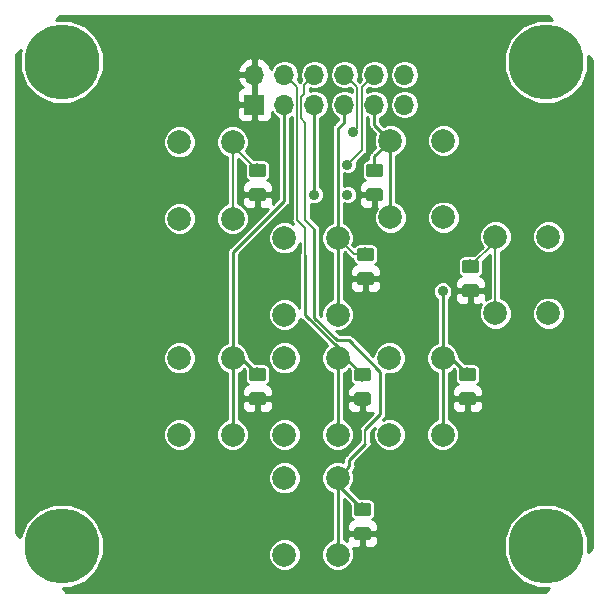
<source format=gtl>
G04 #@! TF.GenerationSoftware,KiCad,Pcbnew,(5.0.2)-1*
G04 #@! TF.CreationDate,2019-09-26T13:37:58-04:00*
G04 #@! TF.ProjectId,JoyPad,4a6f7950-6164-42e6-9b69-6361645f7063,X1*
G04 #@! TF.SameCoordinates,Original*
G04 #@! TF.FileFunction,Copper,L1,Top*
G04 #@! TF.FilePolarity,Positive*
%FSLAX46Y46*%
G04 Gerber Fmt 4.6, Leading zero omitted, Abs format (unit mm)*
G04 Created by KiCad (PCBNEW (5.0.2)-1) date 9/26/2019 1:37:58 PM*
%MOMM*%
%LPD*%
G01*
G04 APERTURE LIST*
G04 #@! TA.AperFunction,Conductor*
%ADD10C,0.150000*%
G04 #@! TD*
G04 #@! TA.AperFunction,SMDPad,CuDef*
%ADD11C,1.150000*%
G04 #@! TD*
G04 #@! TA.AperFunction,ComponentPad*
%ADD12C,2.000000*%
G04 #@! TD*
G04 #@! TA.AperFunction,ComponentPad*
%ADD13R,1.700000X1.700000*%
G04 #@! TD*
G04 #@! TA.AperFunction,ComponentPad*
%ADD14O,1.700000X1.700000*%
G04 #@! TD*
G04 #@! TA.AperFunction,ComponentPad*
%ADD15C,6.350000*%
G04 #@! TD*
G04 #@! TA.AperFunction,ViaPad*
%ADD16C,0.889000*%
G04 #@! TD*
G04 #@! TA.AperFunction,Conductor*
%ADD17C,0.254000*%
G04 #@! TD*
G04 #@! TA.AperFunction,Conductor*
%ADD18C,0.152400*%
G04 #@! TD*
G04 #@! TA.AperFunction,Conductor*
%ADD19C,0.203200*%
G04 #@! TD*
G04 APERTURE END LIST*
D10*
G04 #@! TO.N,/S1D7*
G04 #@! TO.C,R1*
G36*
X21048505Y-29897204D02*
X21072773Y-29900804D01*
X21096572Y-29906765D01*
X21119671Y-29915030D01*
X21141850Y-29925520D01*
X21162893Y-29938132D01*
X21182599Y-29952747D01*
X21200777Y-29969223D01*
X21217253Y-29987401D01*
X21231868Y-30007107D01*
X21244480Y-30028150D01*
X21254970Y-30050329D01*
X21263235Y-30073428D01*
X21269196Y-30097227D01*
X21272796Y-30121495D01*
X21274000Y-30145999D01*
X21274000Y-30796001D01*
X21272796Y-30820505D01*
X21269196Y-30844773D01*
X21263235Y-30868572D01*
X21254970Y-30891671D01*
X21244480Y-30913850D01*
X21231868Y-30934893D01*
X21217253Y-30954599D01*
X21200777Y-30972777D01*
X21182599Y-30989253D01*
X21162893Y-31003868D01*
X21141850Y-31016480D01*
X21119671Y-31026970D01*
X21096572Y-31035235D01*
X21072773Y-31041196D01*
X21048505Y-31044796D01*
X21024001Y-31046000D01*
X20123999Y-31046000D01*
X20099495Y-31044796D01*
X20075227Y-31041196D01*
X20051428Y-31035235D01*
X20028329Y-31026970D01*
X20006150Y-31016480D01*
X19985107Y-31003868D01*
X19965401Y-30989253D01*
X19947223Y-30972777D01*
X19930747Y-30954599D01*
X19916132Y-30934893D01*
X19903520Y-30913850D01*
X19893030Y-30891671D01*
X19884765Y-30868572D01*
X19878804Y-30844773D01*
X19875204Y-30820505D01*
X19874000Y-30796001D01*
X19874000Y-30145999D01*
X19875204Y-30121495D01*
X19878804Y-30097227D01*
X19884765Y-30073428D01*
X19893030Y-30050329D01*
X19903520Y-30028150D01*
X19916132Y-30007107D01*
X19930747Y-29987401D01*
X19947223Y-29969223D01*
X19965401Y-29952747D01*
X19985107Y-29938132D01*
X20006150Y-29925520D01*
X20028329Y-29915030D01*
X20051428Y-29906765D01*
X20075227Y-29900804D01*
X20099495Y-29897204D01*
X20123999Y-29896000D01*
X21024001Y-29896000D01*
X21048505Y-29897204D01*
X21048505Y-29897204D01*
G37*
D11*
G04 #@! TD*
G04 #@! TO.P,R1,2*
G04 #@! TO.N,/S1D7*
X20574000Y-30471000D03*
D10*
G04 #@! TO.N,VCC*
G04 #@! TO.C,R1*
G36*
X21048505Y-31947204D02*
X21072773Y-31950804D01*
X21096572Y-31956765D01*
X21119671Y-31965030D01*
X21141850Y-31975520D01*
X21162893Y-31988132D01*
X21182599Y-32002747D01*
X21200777Y-32019223D01*
X21217253Y-32037401D01*
X21231868Y-32057107D01*
X21244480Y-32078150D01*
X21254970Y-32100329D01*
X21263235Y-32123428D01*
X21269196Y-32147227D01*
X21272796Y-32171495D01*
X21274000Y-32195999D01*
X21274000Y-32846001D01*
X21272796Y-32870505D01*
X21269196Y-32894773D01*
X21263235Y-32918572D01*
X21254970Y-32941671D01*
X21244480Y-32963850D01*
X21231868Y-32984893D01*
X21217253Y-33004599D01*
X21200777Y-33022777D01*
X21182599Y-33039253D01*
X21162893Y-33053868D01*
X21141850Y-33066480D01*
X21119671Y-33076970D01*
X21096572Y-33085235D01*
X21072773Y-33091196D01*
X21048505Y-33094796D01*
X21024001Y-33096000D01*
X20123999Y-33096000D01*
X20099495Y-33094796D01*
X20075227Y-33091196D01*
X20051428Y-33085235D01*
X20028329Y-33076970D01*
X20006150Y-33066480D01*
X19985107Y-33053868D01*
X19965401Y-33039253D01*
X19947223Y-33022777D01*
X19930747Y-33004599D01*
X19916132Y-32984893D01*
X19903520Y-32963850D01*
X19893030Y-32941671D01*
X19884765Y-32918572D01*
X19878804Y-32894773D01*
X19875204Y-32870505D01*
X19874000Y-32846001D01*
X19874000Y-32195999D01*
X19875204Y-32171495D01*
X19878804Y-32147227D01*
X19884765Y-32123428D01*
X19893030Y-32100329D01*
X19903520Y-32078150D01*
X19916132Y-32057107D01*
X19930747Y-32037401D01*
X19947223Y-32019223D01*
X19965401Y-32002747D01*
X19985107Y-31988132D01*
X20006150Y-31975520D01*
X20028329Y-31965030D01*
X20051428Y-31956765D01*
X20075227Y-31950804D01*
X20099495Y-31947204D01*
X20123999Y-31946000D01*
X21024001Y-31946000D01*
X21048505Y-31947204D01*
X21048505Y-31947204D01*
G37*
D11*
G04 #@! TD*
G04 #@! TO.P,R1,1*
G04 #@! TO.N,VCC*
X20574000Y-32521000D03*
D10*
G04 #@! TO.N,VCC*
G04 #@! TO.C,R2*
G36*
X29938505Y-31956204D02*
X29962773Y-31959804D01*
X29986572Y-31965765D01*
X30009671Y-31974030D01*
X30031850Y-31984520D01*
X30052893Y-31997132D01*
X30072599Y-32011747D01*
X30090777Y-32028223D01*
X30107253Y-32046401D01*
X30121868Y-32066107D01*
X30134480Y-32087150D01*
X30144970Y-32109329D01*
X30153235Y-32132428D01*
X30159196Y-32156227D01*
X30162796Y-32180495D01*
X30164000Y-32204999D01*
X30164000Y-32855001D01*
X30162796Y-32879505D01*
X30159196Y-32903773D01*
X30153235Y-32927572D01*
X30144970Y-32950671D01*
X30134480Y-32972850D01*
X30121868Y-32993893D01*
X30107253Y-33013599D01*
X30090777Y-33031777D01*
X30072599Y-33048253D01*
X30052893Y-33062868D01*
X30031850Y-33075480D01*
X30009671Y-33085970D01*
X29986572Y-33094235D01*
X29962773Y-33100196D01*
X29938505Y-33103796D01*
X29914001Y-33105000D01*
X29013999Y-33105000D01*
X28989495Y-33103796D01*
X28965227Y-33100196D01*
X28941428Y-33094235D01*
X28918329Y-33085970D01*
X28896150Y-33075480D01*
X28875107Y-33062868D01*
X28855401Y-33048253D01*
X28837223Y-33031777D01*
X28820747Y-33013599D01*
X28806132Y-32993893D01*
X28793520Y-32972850D01*
X28783030Y-32950671D01*
X28774765Y-32927572D01*
X28768804Y-32903773D01*
X28765204Y-32879505D01*
X28764000Y-32855001D01*
X28764000Y-32204999D01*
X28765204Y-32180495D01*
X28768804Y-32156227D01*
X28774765Y-32132428D01*
X28783030Y-32109329D01*
X28793520Y-32087150D01*
X28806132Y-32066107D01*
X28820747Y-32046401D01*
X28837223Y-32028223D01*
X28855401Y-32011747D01*
X28875107Y-31997132D01*
X28896150Y-31984520D01*
X28918329Y-31974030D01*
X28941428Y-31965765D01*
X28965227Y-31959804D01*
X28989495Y-31956204D01*
X29013999Y-31955000D01*
X29914001Y-31955000D01*
X29938505Y-31956204D01*
X29938505Y-31956204D01*
G37*
D11*
G04 #@! TD*
G04 #@! TO.P,R2,1*
G04 #@! TO.N,VCC*
X29464000Y-32530000D03*
D10*
G04 #@! TO.N,/S1D6*
G04 #@! TO.C,R2*
G36*
X29938505Y-29906204D02*
X29962773Y-29909804D01*
X29986572Y-29915765D01*
X30009671Y-29924030D01*
X30031850Y-29934520D01*
X30052893Y-29947132D01*
X30072599Y-29961747D01*
X30090777Y-29978223D01*
X30107253Y-29996401D01*
X30121868Y-30016107D01*
X30134480Y-30037150D01*
X30144970Y-30059329D01*
X30153235Y-30082428D01*
X30159196Y-30106227D01*
X30162796Y-30130495D01*
X30164000Y-30154999D01*
X30164000Y-30805001D01*
X30162796Y-30829505D01*
X30159196Y-30853773D01*
X30153235Y-30877572D01*
X30144970Y-30900671D01*
X30134480Y-30922850D01*
X30121868Y-30943893D01*
X30107253Y-30963599D01*
X30090777Y-30981777D01*
X30072599Y-30998253D01*
X30052893Y-31012868D01*
X30031850Y-31025480D01*
X30009671Y-31035970D01*
X29986572Y-31044235D01*
X29962773Y-31050196D01*
X29938505Y-31053796D01*
X29914001Y-31055000D01*
X29013999Y-31055000D01*
X28989495Y-31053796D01*
X28965227Y-31050196D01*
X28941428Y-31044235D01*
X28918329Y-31035970D01*
X28896150Y-31025480D01*
X28875107Y-31012868D01*
X28855401Y-30998253D01*
X28837223Y-30981777D01*
X28820747Y-30963599D01*
X28806132Y-30943893D01*
X28793520Y-30922850D01*
X28783030Y-30900671D01*
X28774765Y-30877572D01*
X28768804Y-30853773D01*
X28765204Y-30829505D01*
X28764000Y-30805001D01*
X28764000Y-30154999D01*
X28765204Y-30130495D01*
X28768804Y-30106227D01*
X28774765Y-30082428D01*
X28783030Y-30059329D01*
X28793520Y-30037150D01*
X28806132Y-30016107D01*
X28820747Y-29996401D01*
X28837223Y-29978223D01*
X28855401Y-29961747D01*
X28875107Y-29947132D01*
X28896150Y-29934520D01*
X28918329Y-29924030D01*
X28941428Y-29915765D01*
X28965227Y-29909804D01*
X28989495Y-29906204D01*
X29013999Y-29905000D01*
X29914001Y-29905000D01*
X29938505Y-29906204D01*
X29938505Y-29906204D01*
G37*
D11*
G04 #@! TD*
G04 #@! TO.P,R2,2*
G04 #@! TO.N,/S1D6*
X29464000Y-30480000D03*
D10*
G04 #@! TO.N,/S1D3*
G04 #@! TO.C,R5*
G36*
X30192505Y-19737204D02*
X30216773Y-19740804D01*
X30240572Y-19746765D01*
X30263671Y-19755030D01*
X30285850Y-19765520D01*
X30306893Y-19778132D01*
X30326599Y-19792747D01*
X30344777Y-19809223D01*
X30361253Y-19827401D01*
X30375868Y-19847107D01*
X30388480Y-19868150D01*
X30398970Y-19890329D01*
X30407235Y-19913428D01*
X30413196Y-19937227D01*
X30416796Y-19961495D01*
X30418000Y-19985999D01*
X30418000Y-20636001D01*
X30416796Y-20660505D01*
X30413196Y-20684773D01*
X30407235Y-20708572D01*
X30398970Y-20731671D01*
X30388480Y-20753850D01*
X30375868Y-20774893D01*
X30361253Y-20794599D01*
X30344777Y-20812777D01*
X30326599Y-20829253D01*
X30306893Y-20843868D01*
X30285850Y-20856480D01*
X30263671Y-20866970D01*
X30240572Y-20875235D01*
X30216773Y-20881196D01*
X30192505Y-20884796D01*
X30168001Y-20886000D01*
X29267999Y-20886000D01*
X29243495Y-20884796D01*
X29219227Y-20881196D01*
X29195428Y-20875235D01*
X29172329Y-20866970D01*
X29150150Y-20856480D01*
X29129107Y-20843868D01*
X29109401Y-20829253D01*
X29091223Y-20812777D01*
X29074747Y-20794599D01*
X29060132Y-20774893D01*
X29047520Y-20753850D01*
X29037030Y-20731671D01*
X29028765Y-20708572D01*
X29022804Y-20684773D01*
X29019204Y-20660505D01*
X29018000Y-20636001D01*
X29018000Y-19985999D01*
X29019204Y-19961495D01*
X29022804Y-19937227D01*
X29028765Y-19913428D01*
X29037030Y-19890329D01*
X29047520Y-19868150D01*
X29060132Y-19847107D01*
X29074747Y-19827401D01*
X29091223Y-19809223D01*
X29109401Y-19792747D01*
X29129107Y-19778132D01*
X29150150Y-19765520D01*
X29172329Y-19755030D01*
X29195428Y-19746765D01*
X29219227Y-19740804D01*
X29243495Y-19737204D01*
X29267999Y-19736000D01*
X30168001Y-19736000D01*
X30192505Y-19737204D01*
X30192505Y-19737204D01*
G37*
D11*
G04 #@! TD*
G04 #@! TO.P,R5,2*
G04 #@! TO.N,/S1D3*
X29718000Y-20311000D03*
D10*
G04 #@! TO.N,VCC*
G04 #@! TO.C,R5*
G36*
X30192505Y-21787204D02*
X30216773Y-21790804D01*
X30240572Y-21796765D01*
X30263671Y-21805030D01*
X30285850Y-21815520D01*
X30306893Y-21828132D01*
X30326599Y-21842747D01*
X30344777Y-21859223D01*
X30361253Y-21877401D01*
X30375868Y-21897107D01*
X30388480Y-21918150D01*
X30398970Y-21940329D01*
X30407235Y-21963428D01*
X30413196Y-21987227D01*
X30416796Y-22011495D01*
X30418000Y-22035999D01*
X30418000Y-22686001D01*
X30416796Y-22710505D01*
X30413196Y-22734773D01*
X30407235Y-22758572D01*
X30398970Y-22781671D01*
X30388480Y-22803850D01*
X30375868Y-22824893D01*
X30361253Y-22844599D01*
X30344777Y-22862777D01*
X30326599Y-22879253D01*
X30306893Y-22893868D01*
X30285850Y-22906480D01*
X30263671Y-22916970D01*
X30240572Y-22925235D01*
X30216773Y-22931196D01*
X30192505Y-22934796D01*
X30168001Y-22936000D01*
X29267999Y-22936000D01*
X29243495Y-22934796D01*
X29219227Y-22931196D01*
X29195428Y-22925235D01*
X29172329Y-22916970D01*
X29150150Y-22906480D01*
X29129107Y-22893868D01*
X29109401Y-22879253D01*
X29091223Y-22862777D01*
X29074747Y-22844599D01*
X29060132Y-22824893D01*
X29047520Y-22803850D01*
X29037030Y-22781671D01*
X29028765Y-22758572D01*
X29022804Y-22734773D01*
X29019204Y-22710505D01*
X29018000Y-22686001D01*
X29018000Y-22035999D01*
X29019204Y-22011495D01*
X29022804Y-21987227D01*
X29028765Y-21963428D01*
X29037030Y-21940329D01*
X29047520Y-21918150D01*
X29060132Y-21897107D01*
X29074747Y-21877401D01*
X29091223Y-21859223D01*
X29109401Y-21842747D01*
X29129107Y-21828132D01*
X29150150Y-21815520D01*
X29172329Y-21805030D01*
X29195428Y-21796765D01*
X29219227Y-21790804D01*
X29243495Y-21787204D01*
X29267999Y-21786000D01*
X30168001Y-21786000D01*
X30192505Y-21787204D01*
X30192505Y-21787204D01*
G37*
D11*
G04 #@! TD*
G04 #@! TO.P,R5,1*
G04 #@! TO.N,VCC*
X29718000Y-22361000D03*
D10*
G04 #@! TO.N,/S1D2*
G04 #@! TO.C,R6*
G36*
X39082505Y-20753204D02*
X39106773Y-20756804D01*
X39130572Y-20762765D01*
X39153671Y-20771030D01*
X39175850Y-20781520D01*
X39196893Y-20794132D01*
X39216599Y-20808747D01*
X39234777Y-20825223D01*
X39251253Y-20843401D01*
X39265868Y-20863107D01*
X39278480Y-20884150D01*
X39288970Y-20906329D01*
X39297235Y-20929428D01*
X39303196Y-20953227D01*
X39306796Y-20977495D01*
X39308000Y-21001999D01*
X39308000Y-21652001D01*
X39306796Y-21676505D01*
X39303196Y-21700773D01*
X39297235Y-21724572D01*
X39288970Y-21747671D01*
X39278480Y-21769850D01*
X39265868Y-21790893D01*
X39251253Y-21810599D01*
X39234777Y-21828777D01*
X39216599Y-21845253D01*
X39196893Y-21859868D01*
X39175850Y-21872480D01*
X39153671Y-21882970D01*
X39130572Y-21891235D01*
X39106773Y-21897196D01*
X39082505Y-21900796D01*
X39058001Y-21902000D01*
X38157999Y-21902000D01*
X38133495Y-21900796D01*
X38109227Y-21897196D01*
X38085428Y-21891235D01*
X38062329Y-21882970D01*
X38040150Y-21872480D01*
X38019107Y-21859868D01*
X37999401Y-21845253D01*
X37981223Y-21828777D01*
X37964747Y-21810599D01*
X37950132Y-21790893D01*
X37937520Y-21769850D01*
X37927030Y-21747671D01*
X37918765Y-21724572D01*
X37912804Y-21700773D01*
X37909204Y-21676505D01*
X37908000Y-21652001D01*
X37908000Y-21001999D01*
X37909204Y-20977495D01*
X37912804Y-20953227D01*
X37918765Y-20929428D01*
X37927030Y-20906329D01*
X37937520Y-20884150D01*
X37950132Y-20863107D01*
X37964747Y-20843401D01*
X37981223Y-20825223D01*
X37999401Y-20808747D01*
X38019107Y-20794132D01*
X38040150Y-20781520D01*
X38062329Y-20771030D01*
X38085428Y-20762765D01*
X38109227Y-20756804D01*
X38133495Y-20753204D01*
X38157999Y-20752000D01*
X39058001Y-20752000D01*
X39082505Y-20753204D01*
X39082505Y-20753204D01*
G37*
D11*
G04 #@! TD*
G04 #@! TO.P,R6,2*
G04 #@! TO.N,/S1D2*
X38608000Y-21327000D03*
D10*
G04 #@! TO.N,VCC*
G04 #@! TO.C,R6*
G36*
X39082505Y-22803204D02*
X39106773Y-22806804D01*
X39130572Y-22812765D01*
X39153671Y-22821030D01*
X39175850Y-22831520D01*
X39196893Y-22844132D01*
X39216599Y-22858747D01*
X39234777Y-22875223D01*
X39251253Y-22893401D01*
X39265868Y-22913107D01*
X39278480Y-22934150D01*
X39288970Y-22956329D01*
X39297235Y-22979428D01*
X39303196Y-23003227D01*
X39306796Y-23027495D01*
X39308000Y-23051999D01*
X39308000Y-23702001D01*
X39306796Y-23726505D01*
X39303196Y-23750773D01*
X39297235Y-23774572D01*
X39288970Y-23797671D01*
X39278480Y-23819850D01*
X39265868Y-23840893D01*
X39251253Y-23860599D01*
X39234777Y-23878777D01*
X39216599Y-23895253D01*
X39196893Y-23909868D01*
X39175850Y-23922480D01*
X39153671Y-23932970D01*
X39130572Y-23941235D01*
X39106773Y-23947196D01*
X39082505Y-23950796D01*
X39058001Y-23952000D01*
X38157999Y-23952000D01*
X38133495Y-23950796D01*
X38109227Y-23947196D01*
X38085428Y-23941235D01*
X38062329Y-23932970D01*
X38040150Y-23922480D01*
X38019107Y-23909868D01*
X37999401Y-23895253D01*
X37981223Y-23878777D01*
X37964747Y-23860599D01*
X37950132Y-23840893D01*
X37937520Y-23819850D01*
X37927030Y-23797671D01*
X37918765Y-23774572D01*
X37912804Y-23750773D01*
X37909204Y-23726505D01*
X37908000Y-23702001D01*
X37908000Y-23051999D01*
X37909204Y-23027495D01*
X37912804Y-23003227D01*
X37918765Y-22979428D01*
X37927030Y-22956329D01*
X37937520Y-22934150D01*
X37950132Y-22913107D01*
X37964747Y-22893401D01*
X37981223Y-22875223D01*
X37999401Y-22858747D01*
X38019107Y-22844132D01*
X38040150Y-22831520D01*
X38062329Y-22821030D01*
X38085428Y-22812765D01*
X38109227Y-22806804D01*
X38133495Y-22803204D01*
X38157999Y-22802000D01*
X39058001Y-22802000D01*
X39082505Y-22803204D01*
X39082505Y-22803204D01*
G37*
D11*
G04 #@! TD*
G04 #@! TO.P,R6,1*
G04 #@! TO.N,VCC*
X38608000Y-23377000D03*
D10*
G04 #@! TO.N,VCC*
G04 #@! TO.C,R7*
G36*
X30954505Y-14675204D02*
X30978773Y-14678804D01*
X31002572Y-14684765D01*
X31025671Y-14693030D01*
X31047850Y-14703520D01*
X31068893Y-14716132D01*
X31088599Y-14730747D01*
X31106777Y-14747223D01*
X31123253Y-14765401D01*
X31137868Y-14785107D01*
X31150480Y-14806150D01*
X31160970Y-14828329D01*
X31169235Y-14851428D01*
X31175196Y-14875227D01*
X31178796Y-14899495D01*
X31180000Y-14923999D01*
X31180000Y-15574001D01*
X31178796Y-15598505D01*
X31175196Y-15622773D01*
X31169235Y-15646572D01*
X31160970Y-15669671D01*
X31150480Y-15691850D01*
X31137868Y-15712893D01*
X31123253Y-15732599D01*
X31106777Y-15750777D01*
X31088599Y-15767253D01*
X31068893Y-15781868D01*
X31047850Y-15794480D01*
X31025671Y-15804970D01*
X31002572Y-15813235D01*
X30978773Y-15819196D01*
X30954505Y-15822796D01*
X30930001Y-15824000D01*
X30029999Y-15824000D01*
X30005495Y-15822796D01*
X29981227Y-15819196D01*
X29957428Y-15813235D01*
X29934329Y-15804970D01*
X29912150Y-15794480D01*
X29891107Y-15781868D01*
X29871401Y-15767253D01*
X29853223Y-15750777D01*
X29836747Y-15732599D01*
X29822132Y-15712893D01*
X29809520Y-15691850D01*
X29799030Y-15669671D01*
X29790765Y-15646572D01*
X29784804Y-15622773D01*
X29781204Y-15598505D01*
X29780000Y-15574001D01*
X29780000Y-14923999D01*
X29781204Y-14899495D01*
X29784804Y-14875227D01*
X29790765Y-14851428D01*
X29799030Y-14828329D01*
X29809520Y-14806150D01*
X29822132Y-14785107D01*
X29836747Y-14765401D01*
X29853223Y-14747223D01*
X29871401Y-14730747D01*
X29891107Y-14716132D01*
X29912150Y-14703520D01*
X29934329Y-14693030D01*
X29957428Y-14684765D01*
X29981227Y-14678804D01*
X30005495Y-14675204D01*
X30029999Y-14674000D01*
X30930001Y-14674000D01*
X30954505Y-14675204D01*
X30954505Y-14675204D01*
G37*
D11*
G04 #@! TD*
G04 #@! TO.P,R7,1*
G04 #@! TO.N,VCC*
X30480000Y-15249000D03*
D10*
G04 #@! TO.N,/S1D1*
G04 #@! TO.C,R7*
G36*
X30954505Y-12625204D02*
X30978773Y-12628804D01*
X31002572Y-12634765D01*
X31025671Y-12643030D01*
X31047850Y-12653520D01*
X31068893Y-12666132D01*
X31088599Y-12680747D01*
X31106777Y-12697223D01*
X31123253Y-12715401D01*
X31137868Y-12735107D01*
X31150480Y-12756150D01*
X31160970Y-12778329D01*
X31169235Y-12801428D01*
X31175196Y-12825227D01*
X31178796Y-12849495D01*
X31180000Y-12873999D01*
X31180000Y-13524001D01*
X31178796Y-13548505D01*
X31175196Y-13572773D01*
X31169235Y-13596572D01*
X31160970Y-13619671D01*
X31150480Y-13641850D01*
X31137868Y-13662893D01*
X31123253Y-13682599D01*
X31106777Y-13700777D01*
X31088599Y-13717253D01*
X31068893Y-13731868D01*
X31047850Y-13744480D01*
X31025671Y-13754970D01*
X31002572Y-13763235D01*
X30978773Y-13769196D01*
X30954505Y-13772796D01*
X30930001Y-13774000D01*
X30029999Y-13774000D01*
X30005495Y-13772796D01*
X29981227Y-13769196D01*
X29957428Y-13763235D01*
X29934329Y-13754970D01*
X29912150Y-13744480D01*
X29891107Y-13731868D01*
X29871401Y-13717253D01*
X29853223Y-13700777D01*
X29836747Y-13682599D01*
X29822132Y-13662893D01*
X29809520Y-13641850D01*
X29799030Y-13619671D01*
X29790765Y-13596572D01*
X29784804Y-13572773D01*
X29781204Y-13548505D01*
X29780000Y-13524001D01*
X29780000Y-12873999D01*
X29781204Y-12849495D01*
X29784804Y-12825227D01*
X29790765Y-12801428D01*
X29799030Y-12778329D01*
X29809520Y-12756150D01*
X29822132Y-12735107D01*
X29836747Y-12715401D01*
X29853223Y-12697223D01*
X29871401Y-12680747D01*
X29891107Y-12666132D01*
X29912150Y-12653520D01*
X29934329Y-12643030D01*
X29957428Y-12634765D01*
X29981227Y-12628804D01*
X30005495Y-12625204D01*
X30029999Y-12624000D01*
X30930001Y-12624000D01*
X30954505Y-12625204D01*
X30954505Y-12625204D01*
G37*
D11*
G04 #@! TD*
G04 #@! TO.P,R7,2*
G04 #@! TO.N,/S1D1*
X30480000Y-13199000D03*
D10*
G04 #@! TO.N,VCC*
G04 #@! TO.C,R8*
G36*
X21048505Y-14675204D02*
X21072773Y-14678804D01*
X21096572Y-14684765D01*
X21119671Y-14693030D01*
X21141850Y-14703520D01*
X21162893Y-14716132D01*
X21182599Y-14730747D01*
X21200777Y-14747223D01*
X21217253Y-14765401D01*
X21231868Y-14785107D01*
X21244480Y-14806150D01*
X21254970Y-14828329D01*
X21263235Y-14851428D01*
X21269196Y-14875227D01*
X21272796Y-14899495D01*
X21274000Y-14923999D01*
X21274000Y-15574001D01*
X21272796Y-15598505D01*
X21269196Y-15622773D01*
X21263235Y-15646572D01*
X21254970Y-15669671D01*
X21244480Y-15691850D01*
X21231868Y-15712893D01*
X21217253Y-15732599D01*
X21200777Y-15750777D01*
X21182599Y-15767253D01*
X21162893Y-15781868D01*
X21141850Y-15794480D01*
X21119671Y-15804970D01*
X21096572Y-15813235D01*
X21072773Y-15819196D01*
X21048505Y-15822796D01*
X21024001Y-15824000D01*
X20123999Y-15824000D01*
X20099495Y-15822796D01*
X20075227Y-15819196D01*
X20051428Y-15813235D01*
X20028329Y-15804970D01*
X20006150Y-15794480D01*
X19985107Y-15781868D01*
X19965401Y-15767253D01*
X19947223Y-15750777D01*
X19930747Y-15732599D01*
X19916132Y-15712893D01*
X19903520Y-15691850D01*
X19893030Y-15669671D01*
X19884765Y-15646572D01*
X19878804Y-15622773D01*
X19875204Y-15598505D01*
X19874000Y-15574001D01*
X19874000Y-14923999D01*
X19875204Y-14899495D01*
X19878804Y-14875227D01*
X19884765Y-14851428D01*
X19893030Y-14828329D01*
X19903520Y-14806150D01*
X19916132Y-14785107D01*
X19930747Y-14765401D01*
X19947223Y-14747223D01*
X19965401Y-14730747D01*
X19985107Y-14716132D01*
X20006150Y-14703520D01*
X20028329Y-14693030D01*
X20051428Y-14684765D01*
X20075227Y-14678804D01*
X20099495Y-14675204D01*
X20123999Y-14674000D01*
X21024001Y-14674000D01*
X21048505Y-14675204D01*
X21048505Y-14675204D01*
G37*
D11*
G04 #@! TD*
G04 #@! TO.P,R8,1*
G04 #@! TO.N,VCC*
X20574000Y-15249000D03*
D10*
G04 #@! TO.N,/S1D0*
G04 #@! TO.C,R8*
G36*
X21048505Y-12625204D02*
X21072773Y-12628804D01*
X21096572Y-12634765D01*
X21119671Y-12643030D01*
X21141850Y-12653520D01*
X21162893Y-12666132D01*
X21182599Y-12680747D01*
X21200777Y-12697223D01*
X21217253Y-12715401D01*
X21231868Y-12735107D01*
X21244480Y-12756150D01*
X21254970Y-12778329D01*
X21263235Y-12801428D01*
X21269196Y-12825227D01*
X21272796Y-12849495D01*
X21274000Y-12873999D01*
X21274000Y-13524001D01*
X21272796Y-13548505D01*
X21269196Y-13572773D01*
X21263235Y-13596572D01*
X21254970Y-13619671D01*
X21244480Y-13641850D01*
X21231868Y-13662893D01*
X21217253Y-13682599D01*
X21200777Y-13700777D01*
X21182599Y-13717253D01*
X21162893Y-13731868D01*
X21141850Y-13744480D01*
X21119671Y-13754970D01*
X21096572Y-13763235D01*
X21072773Y-13769196D01*
X21048505Y-13772796D01*
X21024001Y-13774000D01*
X20123999Y-13774000D01*
X20099495Y-13772796D01*
X20075227Y-13769196D01*
X20051428Y-13763235D01*
X20028329Y-13754970D01*
X20006150Y-13744480D01*
X19985107Y-13731868D01*
X19965401Y-13717253D01*
X19947223Y-13700777D01*
X19930747Y-13682599D01*
X19916132Y-13662893D01*
X19903520Y-13641850D01*
X19893030Y-13619671D01*
X19884765Y-13596572D01*
X19878804Y-13572773D01*
X19875204Y-13548505D01*
X19874000Y-13524001D01*
X19874000Y-12873999D01*
X19875204Y-12849495D01*
X19878804Y-12825227D01*
X19884765Y-12801428D01*
X19893030Y-12778329D01*
X19903520Y-12756150D01*
X19916132Y-12735107D01*
X19930747Y-12715401D01*
X19947223Y-12697223D01*
X19965401Y-12680747D01*
X19985107Y-12666132D01*
X20006150Y-12653520D01*
X20028329Y-12643030D01*
X20051428Y-12634765D01*
X20075227Y-12628804D01*
X20099495Y-12625204D01*
X20123999Y-12624000D01*
X21024001Y-12624000D01*
X21048505Y-12625204D01*
X21048505Y-12625204D01*
G37*
D11*
G04 #@! TD*
G04 #@! TO.P,R8,2*
G04 #@! TO.N,/S1D0*
X20574000Y-13199000D03*
D12*
G04 #@! TO.P,SW1,2*
G04 #@! TO.N,/S1D7*
X18470000Y-35560000D03*
G04 #@! TO.P,SW1,1*
G04 #@! TO.N,GND*
X13970000Y-35560000D03*
G04 #@! TO.P,SW1,2*
G04 #@! TO.N,/S1D7*
X18470000Y-29060000D03*
G04 #@! TO.P,SW1,1*
G04 #@! TO.N,GND*
X13970000Y-29060000D03*
G04 #@! TD*
G04 #@! TO.P,SW2,1*
G04 #@! TO.N,GND*
X22860000Y-29060000D03*
G04 #@! TO.P,SW2,2*
G04 #@! TO.N,/S1D6*
X27360000Y-29060000D03*
G04 #@! TO.P,SW2,1*
G04 #@! TO.N,GND*
X22860000Y-35560000D03*
G04 #@! TO.P,SW2,2*
G04 #@! TO.N,/S1D6*
X27360000Y-35560000D03*
G04 #@! TD*
G04 #@! TO.P,SW3,2*
G04 #@! TO.N,/S1D5*
X36250000Y-35560000D03*
G04 #@! TO.P,SW3,1*
G04 #@! TO.N,GND*
X31750000Y-35560000D03*
G04 #@! TO.P,SW3,2*
G04 #@! TO.N,/S1D5*
X36250000Y-29060000D03*
G04 #@! TO.P,SW3,1*
G04 #@! TO.N,GND*
X31750000Y-29060000D03*
G04 #@! TD*
G04 #@! TO.P,SW4,1*
G04 #@! TO.N,GND*
X22860000Y-39220000D03*
G04 #@! TO.P,SW4,2*
G04 #@! TO.N,/S1D4*
X27360000Y-39220000D03*
G04 #@! TO.P,SW4,1*
G04 #@! TO.N,GND*
X22860000Y-45720000D03*
G04 #@! TO.P,SW4,2*
G04 #@! TO.N,/S1D4*
X27360000Y-45720000D03*
G04 #@! TD*
G04 #@! TO.P,SW5,2*
G04 #@! TO.N,/S1D3*
X27360000Y-25400000D03*
G04 #@! TO.P,SW5,1*
G04 #@! TO.N,GND*
X22860000Y-25400000D03*
G04 #@! TO.P,SW5,2*
G04 #@! TO.N,/S1D3*
X27360000Y-18900000D03*
G04 #@! TO.P,SW5,1*
G04 #@! TO.N,GND*
X22860000Y-18900000D03*
G04 #@! TD*
G04 #@! TO.P,SW6,1*
G04 #@! TO.N,GND*
X45212000Y-25296000D03*
G04 #@! TO.P,SW6,2*
G04 #@! TO.N,/S1D2*
X40712000Y-25296000D03*
G04 #@! TO.P,SW6,1*
G04 #@! TO.N,GND*
X45212000Y-18796000D03*
G04 #@! TO.P,SW6,2*
G04 #@! TO.N,/S1D2*
X40712000Y-18796000D03*
G04 #@! TD*
G04 #@! TO.P,SW7,2*
G04 #@! TO.N,/S1D1*
X31822000Y-10668000D03*
G04 #@! TO.P,SW7,1*
G04 #@! TO.N,GND*
X36322000Y-10668000D03*
G04 #@! TO.P,SW7,2*
G04 #@! TO.N,/S1D1*
X31822000Y-17168000D03*
G04 #@! TO.P,SW7,1*
G04 #@! TO.N,GND*
X36322000Y-17168000D03*
G04 #@! TD*
G04 #@! TO.P,SW8,1*
G04 #@! TO.N,GND*
X13970000Y-10772000D03*
G04 #@! TO.P,SW8,2*
G04 #@! TO.N,/S1D0*
X18470000Y-10772000D03*
G04 #@! TO.P,SW8,1*
G04 #@! TO.N,GND*
X13970000Y-17272000D03*
G04 #@! TO.P,SW8,2*
G04 #@! TO.N,/S1D0*
X18470000Y-17272000D03*
G04 #@! TD*
D13*
G04 #@! TO.P,J1,1*
G04 #@! TO.N,VCC*
X20320000Y-7620000D03*
D14*
G04 #@! TO.P,J1,2*
X20320000Y-5080000D03*
G04 #@! TO.P,J1,3*
G04 #@! TO.N,/S1D7*
X22860000Y-7620000D03*
G04 #@! TO.P,J1,4*
G04 #@! TO.N,/S1D6*
X22860000Y-5080000D03*
G04 #@! TO.P,J1,5*
G04 #@! TO.N,/S1D5*
X25400000Y-7620000D03*
G04 #@! TO.P,J1,6*
G04 #@! TO.N,/S1D4*
X25400000Y-5080000D03*
G04 #@! TO.P,J1,7*
G04 #@! TO.N,/S1D3*
X27940000Y-7620000D03*
G04 #@! TO.P,J1,8*
G04 #@! TO.N,/S1D2*
X27940000Y-5080000D03*
G04 #@! TO.P,J1,9*
G04 #@! TO.N,/S1D1*
X30480000Y-7620000D03*
G04 #@! TO.P,J1,10*
G04 #@! TO.N,/S1D0*
X30480000Y-5080000D03*
G04 #@! TO.P,J1,11*
G04 #@! TO.N,GND*
X33020000Y-7620000D03*
G04 #@! TO.P,J1,12*
X33020000Y-5080000D03*
G04 #@! TD*
D10*
G04 #@! TO.N,/S1D5*
G04 #@! TO.C,R3*
G36*
X38828505Y-29897204D02*
X38852773Y-29900804D01*
X38876572Y-29906765D01*
X38899671Y-29915030D01*
X38921850Y-29925520D01*
X38942893Y-29938132D01*
X38962599Y-29952747D01*
X38980777Y-29969223D01*
X38997253Y-29987401D01*
X39011868Y-30007107D01*
X39024480Y-30028150D01*
X39034970Y-30050329D01*
X39043235Y-30073428D01*
X39049196Y-30097227D01*
X39052796Y-30121495D01*
X39054000Y-30145999D01*
X39054000Y-30796001D01*
X39052796Y-30820505D01*
X39049196Y-30844773D01*
X39043235Y-30868572D01*
X39034970Y-30891671D01*
X39024480Y-30913850D01*
X39011868Y-30934893D01*
X38997253Y-30954599D01*
X38980777Y-30972777D01*
X38962599Y-30989253D01*
X38942893Y-31003868D01*
X38921850Y-31016480D01*
X38899671Y-31026970D01*
X38876572Y-31035235D01*
X38852773Y-31041196D01*
X38828505Y-31044796D01*
X38804001Y-31046000D01*
X37903999Y-31046000D01*
X37879495Y-31044796D01*
X37855227Y-31041196D01*
X37831428Y-31035235D01*
X37808329Y-31026970D01*
X37786150Y-31016480D01*
X37765107Y-31003868D01*
X37745401Y-30989253D01*
X37727223Y-30972777D01*
X37710747Y-30954599D01*
X37696132Y-30934893D01*
X37683520Y-30913850D01*
X37673030Y-30891671D01*
X37664765Y-30868572D01*
X37658804Y-30844773D01*
X37655204Y-30820505D01*
X37654000Y-30796001D01*
X37654000Y-30145999D01*
X37655204Y-30121495D01*
X37658804Y-30097227D01*
X37664765Y-30073428D01*
X37673030Y-30050329D01*
X37683520Y-30028150D01*
X37696132Y-30007107D01*
X37710747Y-29987401D01*
X37727223Y-29969223D01*
X37745401Y-29952747D01*
X37765107Y-29938132D01*
X37786150Y-29925520D01*
X37808329Y-29915030D01*
X37831428Y-29906765D01*
X37855227Y-29900804D01*
X37879495Y-29897204D01*
X37903999Y-29896000D01*
X38804001Y-29896000D01*
X38828505Y-29897204D01*
X38828505Y-29897204D01*
G37*
D11*
G04 #@! TD*
G04 #@! TO.P,R3,2*
G04 #@! TO.N,/S1D5*
X38354000Y-30471000D03*
D10*
G04 #@! TO.N,VCC*
G04 #@! TO.C,R3*
G36*
X38828505Y-31947204D02*
X38852773Y-31950804D01*
X38876572Y-31956765D01*
X38899671Y-31965030D01*
X38921850Y-31975520D01*
X38942893Y-31988132D01*
X38962599Y-32002747D01*
X38980777Y-32019223D01*
X38997253Y-32037401D01*
X39011868Y-32057107D01*
X39024480Y-32078150D01*
X39034970Y-32100329D01*
X39043235Y-32123428D01*
X39049196Y-32147227D01*
X39052796Y-32171495D01*
X39054000Y-32195999D01*
X39054000Y-32846001D01*
X39052796Y-32870505D01*
X39049196Y-32894773D01*
X39043235Y-32918572D01*
X39034970Y-32941671D01*
X39024480Y-32963850D01*
X39011868Y-32984893D01*
X38997253Y-33004599D01*
X38980777Y-33022777D01*
X38962599Y-33039253D01*
X38942893Y-33053868D01*
X38921850Y-33066480D01*
X38899671Y-33076970D01*
X38876572Y-33085235D01*
X38852773Y-33091196D01*
X38828505Y-33094796D01*
X38804001Y-33096000D01*
X37903999Y-33096000D01*
X37879495Y-33094796D01*
X37855227Y-33091196D01*
X37831428Y-33085235D01*
X37808329Y-33076970D01*
X37786150Y-33066480D01*
X37765107Y-33053868D01*
X37745401Y-33039253D01*
X37727223Y-33022777D01*
X37710747Y-33004599D01*
X37696132Y-32984893D01*
X37683520Y-32963850D01*
X37673030Y-32941671D01*
X37664765Y-32918572D01*
X37658804Y-32894773D01*
X37655204Y-32870505D01*
X37654000Y-32846001D01*
X37654000Y-32195999D01*
X37655204Y-32171495D01*
X37658804Y-32147227D01*
X37664765Y-32123428D01*
X37673030Y-32100329D01*
X37683520Y-32078150D01*
X37696132Y-32057107D01*
X37710747Y-32037401D01*
X37727223Y-32019223D01*
X37745401Y-32002747D01*
X37765107Y-31988132D01*
X37786150Y-31975520D01*
X37808329Y-31965030D01*
X37831428Y-31956765D01*
X37855227Y-31950804D01*
X37879495Y-31947204D01*
X37903999Y-31946000D01*
X38804001Y-31946000D01*
X38828505Y-31947204D01*
X38828505Y-31947204D01*
G37*
D11*
G04 #@! TD*
G04 #@! TO.P,R3,1*
G04 #@! TO.N,VCC*
X38354000Y-32521000D03*
D10*
G04 #@! TO.N,VCC*
G04 #@! TO.C,R4*
G36*
X29938505Y-43377204D02*
X29962773Y-43380804D01*
X29986572Y-43386765D01*
X30009671Y-43395030D01*
X30031850Y-43405520D01*
X30052893Y-43418132D01*
X30072599Y-43432747D01*
X30090777Y-43449223D01*
X30107253Y-43467401D01*
X30121868Y-43487107D01*
X30134480Y-43508150D01*
X30144970Y-43530329D01*
X30153235Y-43553428D01*
X30159196Y-43577227D01*
X30162796Y-43601495D01*
X30164000Y-43625999D01*
X30164000Y-44276001D01*
X30162796Y-44300505D01*
X30159196Y-44324773D01*
X30153235Y-44348572D01*
X30144970Y-44371671D01*
X30134480Y-44393850D01*
X30121868Y-44414893D01*
X30107253Y-44434599D01*
X30090777Y-44452777D01*
X30072599Y-44469253D01*
X30052893Y-44483868D01*
X30031850Y-44496480D01*
X30009671Y-44506970D01*
X29986572Y-44515235D01*
X29962773Y-44521196D01*
X29938505Y-44524796D01*
X29914001Y-44526000D01*
X29013999Y-44526000D01*
X28989495Y-44524796D01*
X28965227Y-44521196D01*
X28941428Y-44515235D01*
X28918329Y-44506970D01*
X28896150Y-44496480D01*
X28875107Y-44483868D01*
X28855401Y-44469253D01*
X28837223Y-44452777D01*
X28820747Y-44434599D01*
X28806132Y-44414893D01*
X28793520Y-44393850D01*
X28783030Y-44371671D01*
X28774765Y-44348572D01*
X28768804Y-44324773D01*
X28765204Y-44300505D01*
X28764000Y-44276001D01*
X28764000Y-43625999D01*
X28765204Y-43601495D01*
X28768804Y-43577227D01*
X28774765Y-43553428D01*
X28783030Y-43530329D01*
X28793520Y-43508150D01*
X28806132Y-43487107D01*
X28820747Y-43467401D01*
X28837223Y-43449223D01*
X28855401Y-43432747D01*
X28875107Y-43418132D01*
X28896150Y-43405520D01*
X28918329Y-43395030D01*
X28941428Y-43386765D01*
X28965227Y-43380804D01*
X28989495Y-43377204D01*
X29013999Y-43376000D01*
X29914001Y-43376000D01*
X29938505Y-43377204D01*
X29938505Y-43377204D01*
G37*
D11*
G04 #@! TD*
G04 #@! TO.P,R4,1*
G04 #@! TO.N,VCC*
X29464000Y-43951000D03*
D10*
G04 #@! TO.N,/S1D4*
G04 #@! TO.C,R4*
G36*
X29938505Y-41327204D02*
X29962773Y-41330804D01*
X29986572Y-41336765D01*
X30009671Y-41345030D01*
X30031850Y-41355520D01*
X30052893Y-41368132D01*
X30072599Y-41382747D01*
X30090777Y-41399223D01*
X30107253Y-41417401D01*
X30121868Y-41437107D01*
X30134480Y-41458150D01*
X30144970Y-41480329D01*
X30153235Y-41503428D01*
X30159196Y-41527227D01*
X30162796Y-41551495D01*
X30164000Y-41575999D01*
X30164000Y-42226001D01*
X30162796Y-42250505D01*
X30159196Y-42274773D01*
X30153235Y-42298572D01*
X30144970Y-42321671D01*
X30134480Y-42343850D01*
X30121868Y-42364893D01*
X30107253Y-42384599D01*
X30090777Y-42402777D01*
X30072599Y-42419253D01*
X30052893Y-42433868D01*
X30031850Y-42446480D01*
X30009671Y-42456970D01*
X29986572Y-42465235D01*
X29962773Y-42471196D01*
X29938505Y-42474796D01*
X29914001Y-42476000D01*
X29013999Y-42476000D01*
X28989495Y-42474796D01*
X28965227Y-42471196D01*
X28941428Y-42465235D01*
X28918329Y-42456970D01*
X28896150Y-42446480D01*
X28875107Y-42433868D01*
X28855401Y-42419253D01*
X28837223Y-42402777D01*
X28820747Y-42384599D01*
X28806132Y-42364893D01*
X28793520Y-42343850D01*
X28783030Y-42321671D01*
X28774765Y-42298572D01*
X28768804Y-42274773D01*
X28765204Y-42250505D01*
X28764000Y-42226001D01*
X28764000Y-41575999D01*
X28765204Y-41551495D01*
X28768804Y-41527227D01*
X28774765Y-41503428D01*
X28783030Y-41480329D01*
X28793520Y-41458150D01*
X28806132Y-41437107D01*
X28820747Y-41417401D01*
X28837223Y-41399223D01*
X28855401Y-41382747D01*
X28875107Y-41368132D01*
X28896150Y-41355520D01*
X28918329Y-41345030D01*
X28941428Y-41336765D01*
X28965227Y-41330804D01*
X28989495Y-41327204D01*
X29013999Y-41326000D01*
X29914001Y-41326000D01*
X29938505Y-41327204D01*
X29938505Y-41327204D01*
G37*
D11*
G04 #@! TD*
G04 #@! TO.P,R4,2*
G04 #@! TO.N,/S1D4*
X29464000Y-41901000D03*
D15*
G04 #@! TO.P,BD-49X49,4*
G04 #@! TO.N,N/C*
X45000000Y-45000000D03*
G04 #@! TO.P,BD-49X49,3*
X4000000Y-45000000D03*
G04 #@! TO.P,BD-49X49,2*
X45000000Y-4000000D03*
G04 #@! TO.P,BD-49X49,1*
X4000000Y-4000000D03*
G04 #@! TD*
D16*
G04 #@! TO.N,/S1D5*
X28194000Y-15240000D03*
X25400000Y-15240000D03*
X36250000Y-23414330D03*
G04 #@! TO.N,/S1D2*
X28702000Y-9906000D03*
G04 #@! TO.N,/S1D0*
X28194000Y-12700000D03*
G04 #@! TD*
D17*
G04 #@! TO.N,/S1D7*
X18470000Y-34145787D02*
X18470000Y-29060000D01*
X18470000Y-35560000D02*
X18470000Y-34145787D01*
X19163000Y-29060000D02*
X18470000Y-29060000D01*
X20574000Y-30471000D02*
X19163000Y-29060000D01*
X18470000Y-27645787D02*
X18542000Y-27573787D01*
X18470000Y-29060000D02*
X18470000Y-27645787D01*
X18542000Y-27573787D02*
X18542000Y-20066000D01*
X22860000Y-15748000D02*
X22860000Y-15240000D01*
X18542000Y-20066000D02*
X22860000Y-15748000D01*
X22860000Y-15240000D02*
X22860000Y-7620000D01*
D18*
G04 #@! TO.N,/S1D6*
X27360000Y-30474213D02*
X27360000Y-35560000D01*
X27360000Y-29060000D02*
X27360000Y-30474213D01*
X22860000Y-5080000D02*
X23938601Y-6158601D01*
D17*
X27360000Y-29060000D02*
X27360000Y-35560000D01*
X28044000Y-29060000D02*
X27360000Y-29060000D01*
X29464000Y-30480000D02*
X28044000Y-29060000D01*
X27360000Y-28188750D02*
X24638000Y-25466750D01*
X27360000Y-29060000D02*
X27360000Y-28188750D01*
X24638000Y-25466750D02*
X24638000Y-20361399D01*
D19*
X23938601Y-9144000D02*
X23938601Y-17376000D01*
D18*
X23938601Y-6158601D02*
X23938601Y-9144000D01*
D19*
X24638000Y-18075399D02*
X23938601Y-17376000D01*
X24638000Y-20361399D02*
X24638000Y-18075399D01*
D17*
G04 #@! TO.N,/S1D5*
X25400000Y-15240000D02*
X25400000Y-7620000D01*
X36250000Y-30474213D02*
X36250000Y-35560000D01*
X36250000Y-29060000D02*
X36250000Y-30474213D01*
X36250000Y-23414330D02*
X36250000Y-29060000D01*
X36943000Y-29060000D02*
X36250000Y-29060000D01*
X38354000Y-30471000D02*
X36943000Y-29060000D01*
G04 #@! TO.N,/S1D4*
X27360000Y-44305787D02*
X27360000Y-39220000D01*
X27360000Y-45720000D02*
X27360000Y-44305787D01*
X27360000Y-39797000D02*
X27360000Y-39220000D01*
X29464000Y-41901000D02*
X27360000Y-39797000D01*
X28359999Y-37680001D02*
X29718000Y-36322000D01*
X28359999Y-38220001D02*
X28359999Y-37680001D01*
X27360000Y-39220000D02*
X28359999Y-38220001D01*
D18*
X29718000Y-35052000D02*
X29718000Y-36322000D01*
D17*
X25400000Y-25654000D02*
X25400000Y-25146000D01*
X30988000Y-33782000D02*
X30988000Y-30226000D01*
X30988000Y-30226000D02*
X28329670Y-27567670D01*
X28329670Y-27567670D02*
X27313670Y-27567670D01*
X29718000Y-35052000D02*
X30988000Y-33782000D01*
X27313670Y-27567670D02*
X25400000Y-25654000D01*
X25400000Y-25146000D02*
X25400000Y-18152333D01*
D18*
X25400000Y-5080000D02*
X24550001Y-5929999D01*
X24550001Y-5929999D02*
X24550001Y-6691999D01*
X24550001Y-6691999D02*
X24243411Y-6998589D01*
X24243411Y-6998589D02*
X24243411Y-8749411D01*
X24243411Y-8749411D02*
X24638000Y-9144000D01*
D19*
X25400000Y-18152333D02*
X24638000Y-17390333D01*
X24638000Y-17390333D02*
X24638000Y-9144000D01*
D18*
G04 #@! TO.N,/S1D3*
X28771000Y-20311000D02*
X27360000Y-18900000D01*
X29718000Y-20311000D02*
X28771000Y-20311000D01*
D17*
X27360000Y-20314213D02*
X27360000Y-25400000D01*
X27360000Y-18900000D02*
X27360000Y-20314213D01*
X27940000Y-9072000D02*
X27360000Y-9652000D01*
X27940000Y-7620000D02*
X27940000Y-9072000D01*
X27360000Y-18900000D02*
X27360000Y-9652000D01*
D18*
G04 #@! TO.N,/S1D2*
X40712000Y-23881787D02*
X40712000Y-18796000D01*
X40712000Y-25296000D02*
X40712000Y-23881787D01*
X40712000Y-19223000D02*
X40712000Y-18796000D01*
X38608000Y-21327000D02*
X40712000Y-19223000D01*
X29018601Y-9589399D02*
X28702000Y-9906000D01*
X27940000Y-5080000D02*
X29018601Y-6158601D01*
X29018601Y-6158601D02*
X29018601Y-9589399D01*
D17*
G04 #@! TO.N,/S1D1*
X30480000Y-9326000D02*
X31822000Y-10668000D01*
X30480000Y-7620000D02*
X30480000Y-9326000D01*
X30480000Y-12010000D02*
X31822000Y-10668000D01*
X30480000Y-13199000D02*
X30480000Y-12010000D01*
X31822000Y-10668000D02*
X31822000Y-17168000D01*
D18*
G04 #@! TO.N,/S1D0*
X18470000Y-15857787D02*
X18470000Y-10772000D01*
X18470000Y-17272000D02*
X18470000Y-15857787D01*
X18470000Y-11095000D02*
X18470000Y-10772000D01*
X20574000Y-13199000D02*
X18470000Y-11095000D01*
X29401399Y-11492601D02*
X28194000Y-12700000D01*
X30480000Y-5080000D02*
X29401399Y-6158601D01*
X29401399Y-6158601D02*
X29401399Y-11492601D01*
G04 #@! TD*
D17*
G04 #@! TO.N,VCC*
G36*
X45476394Y-444000D02*
X44292668Y-444000D01*
X42985688Y-985369D01*
X41985369Y-1985688D01*
X41444000Y-3292668D01*
X41444000Y-4707332D01*
X41985369Y-6014312D01*
X42985688Y-7014631D01*
X44292668Y-7556000D01*
X45707332Y-7556000D01*
X47014312Y-7014631D01*
X48014631Y-6014312D01*
X48556000Y-4707332D01*
X48556000Y-3523606D01*
X48895000Y-3862606D01*
X48895000Y-45156979D01*
X48556000Y-45474792D01*
X48556000Y-44292668D01*
X48014631Y-42985688D01*
X47014312Y-41985369D01*
X45707332Y-41444000D01*
X44292668Y-41444000D01*
X42985688Y-41985369D01*
X41985369Y-42985688D01*
X41444000Y-44292668D01*
X41444000Y-45707332D01*
X41985369Y-47014312D01*
X42985688Y-48014631D01*
X44292668Y-48556000D01*
X45269378Y-48556000D01*
X44907778Y-48895000D01*
X4376729Y-48895000D01*
X4088579Y-48556000D01*
X4707332Y-48556000D01*
X6014312Y-48014631D01*
X7014631Y-47014312D01*
X7556000Y-45707332D01*
X7556000Y-45445302D01*
X21479000Y-45445302D01*
X21479000Y-45994698D01*
X21689245Y-46502273D01*
X22077727Y-46890755D01*
X22585302Y-47101000D01*
X23134698Y-47101000D01*
X23642273Y-46890755D01*
X24030755Y-46502273D01*
X24241000Y-45994698D01*
X24241000Y-45445302D01*
X24030755Y-44937727D01*
X23642273Y-44549245D01*
X23134698Y-44339000D01*
X22585302Y-44339000D01*
X22077727Y-44549245D01*
X21689245Y-44937727D01*
X21479000Y-45445302D01*
X7556000Y-45445302D01*
X7556000Y-44292668D01*
X7014631Y-42985688D01*
X6014312Y-41985369D01*
X4707332Y-41444000D01*
X3292668Y-41444000D01*
X1985688Y-41985369D01*
X985369Y-42985688D01*
X450798Y-44276257D01*
X127000Y-43895318D01*
X127000Y-38945302D01*
X21479000Y-38945302D01*
X21479000Y-39494698D01*
X21689245Y-40002273D01*
X22077727Y-40390755D01*
X22585302Y-40601000D01*
X23134698Y-40601000D01*
X23642273Y-40390755D01*
X24030755Y-40002273D01*
X24241000Y-39494698D01*
X24241000Y-38945302D01*
X24030755Y-38437727D01*
X23642273Y-38049245D01*
X23134698Y-37839000D01*
X22585302Y-37839000D01*
X22077727Y-38049245D01*
X21689245Y-38437727D01*
X21479000Y-38945302D01*
X127000Y-38945302D01*
X127000Y-35285302D01*
X12589000Y-35285302D01*
X12589000Y-35834698D01*
X12799245Y-36342273D01*
X13187727Y-36730755D01*
X13695302Y-36941000D01*
X14244698Y-36941000D01*
X14752273Y-36730755D01*
X15140755Y-36342273D01*
X15351000Y-35834698D01*
X15351000Y-35285302D01*
X15140755Y-34777727D01*
X14752273Y-34389245D01*
X14244698Y-34179000D01*
X13695302Y-34179000D01*
X13187727Y-34389245D01*
X12799245Y-34777727D01*
X12589000Y-35285302D01*
X127000Y-35285302D01*
X127000Y-28785302D01*
X12589000Y-28785302D01*
X12589000Y-29334698D01*
X12799245Y-29842273D01*
X13187727Y-30230755D01*
X13695302Y-30441000D01*
X14244698Y-30441000D01*
X14752273Y-30230755D01*
X15140755Y-29842273D01*
X15351000Y-29334698D01*
X15351000Y-28785302D01*
X17089000Y-28785302D01*
X17089000Y-29334698D01*
X17299245Y-29842273D01*
X17687727Y-30230755D01*
X17962001Y-30344363D01*
X17962000Y-34195818D01*
X17962001Y-34195823D01*
X17962001Y-34275637D01*
X17687727Y-34389245D01*
X17299245Y-34777727D01*
X17089000Y-35285302D01*
X17089000Y-35834698D01*
X17299245Y-36342273D01*
X17687727Y-36730755D01*
X18195302Y-36941000D01*
X18744698Y-36941000D01*
X19252273Y-36730755D01*
X19640755Y-36342273D01*
X19851000Y-35834698D01*
X19851000Y-35285302D01*
X21479000Y-35285302D01*
X21479000Y-35834698D01*
X21689245Y-36342273D01*
X22077727Y-36730755D01*
X22585302Y-36941000D01*
X23134698Y-36941000D01*
X23642273Y-36730755D01*
X24030755Y-36342273D01*
X24241000Y-35834698D01*
X24241000Y-35285302D01*
X24030755Y-34777727D01*
X23642273Y-34389245D01*
X23134698Y-34179000D01*
X22585302Y-34179000D01*
X22077727Y-34389245D01*
X21689245Y-34777727D01*
X21479000Y-35285302D01*
X19851000Y-35285302D01*
X19640755Y-34777727D01*
X19252273Y-34389245D01*
X18978000Y-34275637D01*
X18978000Y-32806750D01*
X19239000Y-32806750D01*
X19239000Y-33222309D01*
X19335673Y-33455698D01*
X19514301Y-33634327D01*
X19747690Y-33731000D01*
X20288250Y-33731000D01*
X20447000Y-33572250D01*
X20447000Y-32648000D01*
X20701000Y-32648000D01*
X20701000Y-33572250D01*
X20859750Y-33731000D01*
X21400310Y-33731000D01*
X21633699Y-33634327D01*
X21812327Y-33455698D01*
X21909000Y-33222309D01*
X21909000Y-32806750D01*
X21750250Y-32648000D01*
X20701000Y-32648000D01*
X20447000Y-32648000D01*
X19397750Y-32648000D01*
X19239000Y-32806750D01*
X18978000Y-32806750D01*
X18978000Y-30344363D01*
X19252273Y-30230755D01*
X19433804Y-30049224D01*
X19493009Y-30108429D01*
X19485536Y-30145999D01*
X19485536Y-30796001D01*
X19534136Y-31040330D01*
X19672537Y-31247463D01*
X19767627Y-31311000D01*
X19747690Y-31311000D01*
X19514301Y-31407673D01*
X19335673Y-31586302D01*
X19239000Y-31819691D01*
X19239000Y-32235250D01*
X19397750Y-32394000D01*
X20447000Y-32394000D01*
X20447000Y-32374000D01*
X20701000Y-32374000D01*
X20701000Y-32394000D01*
X21750250Y-32394000D01*
X21909000Y-32235250D01*
X21909000Y-31819691D01*
X21812327Y-31586302D01*
X21633699Y-31407673D01*
X21400310Y-31311000D01*
X21380373Y-31311000D01*
X21475463Y-31247463D01*
X21613864Y-31040330D01*
X21662464Y-30796001D01*
X21662464Y-30145999D01*
X21613864Y-29901670D01*
X21475463Y-29694537D01*
X21268330Y-29556136D01*
X21024001Y-29507536D01*
X20328956Y-29507536D01*
X19851000Y-29029580D01*
X19851000Y-28785302D01*
X21479000Y-28785302D01*
X21479000Y-29334698D01*
X21689245Y-29842273D01*
X22077727Y-30230755D01*
X22585302Y-30441000D01*
X23134698Y-30441000D01*
X23642273Y-30230755D01*
X24030755Y-29842273D01*
X24241000Y-29334698D01*
X24241000Y-28785302D01*
X24030755Y-28277727D01*
X23642273Y-27889245D01*
X23134698Y-27679000D01*
X22585302Y-27679000D01*
X22077727Y-27889245D01*
X21689245Y-28277727D01*
X21479000Y-28785302D01*
X19851000Y-28785302D01*
X19640755Y-28277727D01*
X19252273Y-27889245D01*
X19009403Y-27788645D01*
X19020525Y-27771999D01*
X19050000Y-27623819D01*
X19050000Y-27623816D01*
X19059951Y-27573788D01*
X19050000Y-27523760D01*
X19050000Y-20276420D01*
X23183836Y-16142585D01*
X23226247Y-16114247D01*
X23254586Y-16071835D01*
X23254588Y-16071833D01*
X23338525Y-15946212D01*
X23349507Y-15891000D01*
X23368000Y-15798032D01*
X23368000Y-15798029D01*
X23377951Y-15748001D01*
X23368000Y-15697973D01*
X23368000Y-8761075D01*
X23481402Y-8685303D01*
X23481402Y-8968772D01*
X23456001Y-9096472D01*
X23456002Y-17328467D01*
X23446547Y-17376000D01*
X23484003Y-17564301D01*
X23575824Y-17701721D01*
X23134698Y-17519000D01*
X22585302Y-17519000D01*
X22077727Y-17729245D01*
X21689245Y-18117727D01*
X21479000Y-18625302D01*
X21479000Y-19174698D01*
X21689245Y-19682273D01*
X22077727Y-20070755D01*
X22585302Y-20281000D01*
X23134698Y-20281000D01*
X23642273Y-20070755D01*
X24030755Y-19682273D01*
X24155400Y-19381353D01*
X24155400Y-20183678D01*
X24130001Y-20311367D01*
X24130000Y-24857325D01*
X24030755Y-24617727D01*
X23642273Y-24229245D01*
X23134698Y-24019000D01*
X22585302Y-24019000D01*
X22077727Y-24229245D01*
X21689245Y-24617727D01*
X21479000Y-25125302D01*
X21479000Y-25674698D01*
X21689245Y-26182273D01*
X22077727Y-26570755D01*
X22585302Y-26781000D01*
X23134698Y-26781000D01*
X23642273Y-26570755D01*
X24030755Y-26182273D01*
X24212291Y-25744006D01*
X24271753Y-25832997D01*
X24314168Y-25861338D01*
X26459901Y-28007071D01*
X26189245Y-28277727D01*
X25979000Y-28785302D01*
X25979000Y-29334698D01*
X26189245Y-29842273D01*
X26577727Y-30230755D01*
X26852000Y-30344363D01*
X26852001Y-34275637D01*
X26577727Y-34389245D01*
X26189245Y-34777727D01*
X25979000Y-35285302D01*
X25979000Y-35834698D01*
X26189245Y-36342273D01*
X26577727Y-36730755D01*
X27085302Y-36941000D01*
X27634698Y-36941000D01*
X28142273Y-36730755D01*
X28530755Y-36342273D01*
X28741000Y-35834698D01*
X28741000Y-35285302D01*
X28530755Y-34777727D01*
X28142273Y-34389245D01*
X27868000Y-34275637D01*
X27868000Y-32815750D01*
X28129000Y-32815750D01*
X28129000Y-33231309D01*
X28225673Y-33464698D01*
X28404301Y-33643327D01*
X28637690Y-33740000D01*
X29178250Y-33740000D01*
X29337000Y-33581250D01*
X29337000Y-32657000D01*
X28287750Y-32657000D01*
X28129000Y-32815750D01*
X27868000Y-32815750D01*
X27868000Y-30344363D01*
X28142273Y-30230755D01*
X28319304Y-30053724D01*
X28383009Y-30117430D01*
X28375536Y-30154999D01*
X28375536Y-30805001D01*
X28424136Y-31049330D01*
X28562537Y-31256463D01*
X28657627Y-31320000D01*
X28637690Y-31320000D01*
X28404301Y-31416673D01*
X28225673Y-31595302D01*
X28129000Y-31828691D01*
X28129000Y-32244250D01*
X28287750Y-32403000D01*
X29337000Y-32403000D01*
X29337000Y-32383000D01*
X29591000Y-32383000D01*
X29591000Y-32403000D01*
X29611000Y-32403000D01*
X29611000Y-32657000D01*
X29591000Y-32657000D01*
X29591000Y-33581250D01*
X29749750Y-33740000D01*
X30290310Y-33740000D01*
X30326619Y-33724960D01*
X29323412Y-34728168D01*
X29239475Y-34853789D01*
X29200049Y-35052000D01*
X29239475Y-35250211D01*
X29260800Y-35282126D01*
X29260801Y-36060779D01*
X28036165Y-37285415D01*
X27993753Y-37313754D01*
X27965414Y-37356166D01*
X27965411Y-37356169D01*
X27881474Y-37481790D01*
X27842048Y-37680001D01*
X27852000Y-37730033D01*
X27852000Y-37929009D01*
X27634698Y-37839000D01*
X27085302Y-37839000D01*
X26577727Y-38049245D01*
X26189245Y-38437727D01*
X25979000Y-38945302D01*
X25979000Y-39494698D01*
X26189245Y-40002273D01*
X26577727Y-40390755D01*
X26852001Y-40504363D01*
X26852000Y-44355818D01*
X26852001Y-44355823D01*
X26852001Y-44435637D01*
X26577727Y-44549245D01*
X26189245Y-44937727D01*
X25979000Y-45445302D01*
X25979000Y-45994698D01*
X26189245Y-46502273D01*
X26577727Y-46890755D01*
X27085302Y-47101000D01*
X27634698Y-47101000D01*
X28142273Y-46890755D01*
X28530755Y-46502273D01*
X28741000Y-45994698D01*
X28741000Y-45445302D01*
X28620245Y-45153774D01*
X28637690Y-45161000D01*
X29178250Y-45161000D01*
X29337000Y-45002250D01*
X29337000Y-44078000D01*
X29591000Y-44078000D01*
X29591000Y-45002250D01*
X29749750Y-45161000D01*
X30290310Y-45161000D01*
X30523699Y-45064327D01*
X30702327Y-44885698D01*
X30799000Y-44652309D01*
X30799000Y-44236750D01*
X30640250Y-44078000D01*
X29591000Y-44078000D01*
X29337000Y-44078000D01*
X28287750Y-44078000D01*
X28129000Y-44236750D01*
X28129000Y-44543747D01*
X27868000Y-44435637D01*
X27868000Y-41023420D01*
X28383009Y-41538429D01*
X28375536Y-41575999D01*
X28375536Y-42226001D01*
X28424136Y-42470330D01*
X28562537Y-42677463D01*
X28657627Y-42741000D01*
X28637690Y-42741000D01*
X28404301Y-42837673D01*
X28225673Y-43016302D01*
X28129000Y-43249691D01*
X28129000Y-43665250D01*
X28287750Y-43824000D01*
X29337000Y-43824000D01*
X29337000Y-43804000D01*
X29591000Y-43804000D01*
X29591000Y-43824000D01*
X30640250Y-43824000D01*
X30799000Y-43665250D01*
X30799000Y-43249691D01*
X30702327Y-43016302D01*
X30523699Y-42837673D01*
X30290310Y-42741000D01*
X30270373Y-42741000D01*
X30365463Y-42677463D01*
X30503864Y-42470330D01*
X30552464Y-42226001D01*
X30552464Y-41575999D01*
X30503864Y-41331670D01*
X30365463Y-41124537D01*
X30158330Y-40986136D01*
X29914001Y-40937536D01*
X29218956Y-40937536D01*
X28407224Y-40125804D01*
X28530755Y-40002273D01*
X28741000Y-39494698D01*
X28741000Y-38945302D01*
X28627392Y-38671029D01*
X28683834Y-38614586D01*
X28726246Y-38586248D01*
X28754585Y-38543836D01*
X28754587Y-38543834D01*
X28838524Y-38418213D01*
X28838524Y-38418212D01*
X28867999Y-38270033D01*
X28867999Y-38270030D01*
X28877950Y-38220002D01*
X28867999Y-38169974D01*
X28867999Y-37890421D01*
X30112587Y-36645833D01*
X30196525Y-36520212D01*
X30235951Y-36322001D01*
X30196525Y-36123790D01*
X30175200Y-36091875D01*
X30175200Y-35313220D01*
X30486297Y-35002124D01*
X30369000Y-35285302D01*
X30369000Y-35834698D01*
X30579245Y-36342273D01*
X30967727Y-36730755D01*
X31475302Y-36941000D01*
X32024698Y-36941000D01*
X32532273Y-36730755D01*
X32920755Y-36342273D01*
X33131000Y-35834698D01*
X33131000Y-35285302D01*
X32920755Y-34777727D01*
X32532273Y-34389245D01*
X32024698Y-34179000D01*
X31475302Y-34179000D01*
X31192125Y-34296296D01*
X31311836Y-34176585D01*
X31354247Y-34148247D01*
X31382586Y-34105835D01*
X31382588Y-34105833D01*
X31466525Y-33980212D01*
X31473017Y-33947575D01*
X31496000Y-33832032D01*
X31496000Y-33832029D01*
X31505951Y-33782001D01*
X31496000Y-33731973D01*
X31496000Y-30441000D01*
X32024698Y-30441000D01*
X32532273Y-30230755D01*
X32920755Y-29842273D01*
X33131000Y-29334698D01*
X33131000Y-28785302D01*
X34869000Y-28785302D01*
X34869000Y-29334698D01*
X35079245Y-29842273D01*
X35467727Y-30230755D01*
X35742001Y-30344363D01*
X35742001Y-30424177D01*
X35742000Y-30424182D01*
X35742001Y-34275637D01*
X35467727Y-34389245D01*
X35079245Y-34777727D01*
X34869000Y-35285302D01*
X34869000Y-35834698D01*
X35079245Y-36342273D01*
X35467727Y-36730755D01*
X35975302Y-36941000D01*
X36524698Y-36941000D01*
X37032273Y-36730755D01*
X37420755Y-36342273D01*
X37631000Y-35834698D01*
X37631000Y-35285302D01*
X37420755Y-34777727D01*
X37032273Y-34389245D01*
X36758000Y-34275637D01*
X36758000Y-32806750D01*
X37019000Y-32806750D01*
X37019000Y-33222309D01*
X37115673Y-33455698D01*
X37294301Y-33634327D01*
X37527690Y-33731000D01*
X38068250Y-33731000D01*
X38227000Y-33572250D01*
X38227000Y-32648000D01*
X38481000Y-32648000D01*
X38481000Y-33572250D01*
X38639750Y-33731000D01*
X39180310Y-33731000D01*
X39413699Y-33634327D01*
X39592327Y-33455698D01*
X39689000Y-33222309D01*
X39689000Y-32806750D01*
X39530250Y-32648000D01*
X38481000Y-32648000D01*
X38227000Y-32648000D01*
X37177750Y-32648000D01*
X37019000Y-32806750D01*
X36758000Y-32806750D01*
X36758000Y-30344363D01*
X37032273Y-30230755D01*
X37213804Y-30049224D01*
X37273009Y-30108429D01*
X37265536Y-30145999D01*
X37265536Y-30796001D01*
X37314136Y-31040330D01*
X37452537Y-31247463D01*
X37547627Y-31311000D01*
X37527690Y-31311000D01*
X37294301Y-31407673D01*
X37115673Y-31586302D01*
X37019000Y-31819691D01*
X37019000Y-32235250D01*
X37177750Y-32394000D01*
X38227000Y-32394000D01*
X38227000Y-32374000D01*
X38481000Y-32374000D01*
X38481000Y-32394000D01*
X39530250Y-32394000D01*
X39689000Y-32235250D01*
X39689000Y-31819691D01*
X39592327Y-31586302D01*
X39413699Y-31407673D01*
X39180310Y-31311000D01*
X39160373Y-31311000D01*
X39255463Y-31247463D01*
X39393864Y-31040330D01*
X39442464Y-30796001D01*
X39442464Y-30145999D01*
X39393864Y-29901670D01*
X39255463Y-29694537D01*
X39048330Y-29556136D01*
X38804001Y-29507536D01*
X38108956Y-29507536D01*
X37631000Y-29029580D01*
X37631000Y-28785302D01*
X37420755Y-28277727D01*
X37032273Y-27889245D01*
X36758000Y-27775637D01*
X36758000Y-24073764D01*
X36949826Y-23881938D01*
X37040616Y-23662750D01*
X37273000Y-23662750D01*
X37273000Y-24078309D01*
X37369673Y-24311698D01*
X37548301Y-24490327D01*
X37781690Y-24587000D01*
X38322250Y-24587000D01*
X38481000Y-24428250D01*
X38481000Y-23504000D01*
X37431750Y-23504000D01*
X37273000Y-23662750D01*
X37040616Y-23662750D01*
X37075500Y-23578532D01*
X37075500Y-23250128D01*
X36949826Y-22946722D01*
X36717608Y-22714504D01*
X36623905Y-22675691D01*
X37273000Y-22675691D01*
X37273000Y-23091250D01*
X37431750Y-23250000D01*
X38481000Y-23250000D01*
X38481000Y-23230000D01*
X38735000Y-23230000D01*
X38735000Y-23250000D01*
X39784250Y-23250000D01*
X39943000Y-23091250D01*
X39943000Y-22675691D01*
X39846327Y-22442302D01*
X39667699Y-22263673D01*
X39434310Y-22167000D01*
X39414373Y-22167000D01*
X39509463Y-22103463D01*
X39647864Y-21896330D01*
X39696464Y-21652001D01*
X39696464Y-21001999D01*
X39677072Y-20904507D01*
X40254801Y-20326778D01*
X40254800Y-23926816D01*
X40254801Y-23926821D01*
X40254801Y-23990595D01*
X39929727Y-24125245D01*
X39919197Y-24135775D01*
X39943000Y-24078309D01*
X39943000Y-23662750D01*
X39784250Y-23504000D01*
X38735000Y-23504000D01*
X38735000Y-24428250D01*
X38893750Y-24587000D01*
X39434310Y-24587000D01*
X39526755Y-24548708D01*
X39331000Y-25021302D01*
X39331000Y-25570698D01*
X39541245Y-26078273D01*
X39929727Y-26466755D01*
X40437302Y-26677000D01*
X40986698Y-26677000D01*
X41494273Y-26466755D01*
X41882755Y-26078273D01*
X42093000Y-25570698D01*
X42093000Y-25021302D01*
X43831000Y-25021302D01*
X43831000Y-25570698D01*
X44041245Y-26078273D01*
X44429727Y-26466755D01*
X44937302Y-26677000D01*
X45486698Y-26677000D01*
X45994273Y-26466755D01*
X46382755Y-26078273D01*
X46593000Y-25570698D01*
X46593000Y-25021302D01*
X46382755Y-24513727D01*
X45994273Y-24125245D01*
X45486698Y-23915000D01*
X44937302Y-23915000D01*
X44429727Y-24125245D01*
X44041245Y-24513727D01*
X43831000Y-25021302D01*
X42093000Y-25021302D01*
X41882755Y-24513727D01*
X41494273Y-24125245D01*
X41169200Y-23990595D01*
X41169200Y-20101405D01*
X41494273Y-19966755D01*
X41882755Y-19578273D01*
X42093000Y-19070698D01*
X42093000Y-18521302D01*
X43831000Y-18521302D01*
X43831000Y-19070698D01*
X44041245Y-19578273D01*
X44429727Y-19966755D01*
X44937302Y-20177000D01*
X45486698Y-20177000D01*
X45994273Y-19966755D01*
X46382755Y-19578273D01*
X46593000Y-19070698D01*
X46593000Y-18521302D01*
X46382755Y-18013727D01*
X45994273Y-17625245D01*
X45486698Y-17415000D01*
X44937302Y-17415000D01*
X44429727Y-17625245D01*
X44041245Y-18013727D01*
X43831000Y-18521302D01*
X42093000Y-18521302D01*
X41882755Y-18013727D01*
X41494273Y-17625245D01*
X40986698Y-17415000D01*
X40437302Y-17415000D01*
X39929727Y-17625245D01*
X39541245Y-18013727D01*
X39331000Y-18521302D01*
X39331000Y-19070698D01*
X39541245Y-19578273D01*
X39625697Y-19662725D01*
X38924886Y-20363536D01*
X38157999Y-20363536D01*
X37913670Y-20412136D01*
X37706537Y-20550537D01*
X37568136Y-20757670D01*
X37519536Y-21001999D01*
X37519536Y-21652001D01*
X37568136Y-21896330D01*
X37706537Y-22103463D01*
X37801627Y-22167000D01*
X37781690Y-22167000D01*
X37548301Y-22263673D01*
X37369673Y-22442302D01*
X37273000Y-22675691D01*
X36623905Y-22675691D01*
X36414202Y-22588830D01*
X36085798Y-22588830D01*
X35782392Y-22714504D01*
X35550174Y-22946722D01*
X35424500Y-23250128D01*
X35424500Y-23578532D01*
X35550174Y-23881938D01*
X35742000Y-24073764D01*
X35742001Y-27775637D01*
X35467727Y-27889245D01*
X35079245Y-28277727D01*
X34869000Y-28785302D01*
X33131000Y-28785302D01*
X32920755Y-28277727D01*
X32532273Y-27889245D01*
X32024698Y-27679000D01*
X31475302Y-27679000D01*
X30967727Y-27889245D01*
X30579245Y-28277727D01*
X30369000Y-28785302D01*
X30369000Y-28888580D01*
X28724257Y-27243837D01*
X28695917Y-27201423D01*
X28527882Y-27089145D01*
X28379702Y-27059670D01*
X28379698Y-27059670D01*
X28329670Y-27049719D01*
X28279642Y-27059670D01*
X27524091Y-27059670D01*
X27245421Y-26781000D01*
X27634698Y-26781000D01*
X28142273Y-26570755D01*
X28530755Y-26182273D01*
X28741000Y-25674698D01*
X28741000Y-25125302D01*
X28530755Y-24617727D01*
X28142273Y-24229245D01*
X27868000Y-24115637D01*
X27868000Y-22646750D01*
X28383000Y-22646750D01*
X28383000Y-23062309D01*
X28479673Y-23295698D01*
X28658301Y-23474327D01*
X28891690Y-23571000D01*
X29432250Y-23571000D01*
X29591000Y-23412250D01*
X29591000Y-22488000D01*
X29845000Y-22488000D01*
X29845000Y-23412250D01*
X30003750Y-23571000D01*
X30544310Y-23571000D01*
X30777699Y-23474327D01*
X30956327Y-23295698D01*
X31053000Y-23062309D01*
X31053000Y-22646750D01*
X30894250Y-22488000D01*
X29845000Y-22488000D01*
X29591000Y-22488000D01*
X28541750Y-22488000D01*
X28383000Y-22646750D01*
X27868000Y-22646750D01*
X27868000Y-20184363D01*
X27959771Y-20146350D01*
X28415870Y-20602449D01*
X28441377Y-20640623D01*
X28479551Y-20666130D01*
X28592609Y-20741673D01*
X28652943Y-20753674D01*
X28678136Y-20880330D01*
X28816537Y-21087463D01*
X28911627Y-21151000D01*
X28891690Y-21151000D01*
X28658301Y-21247673D01*
X28479673Y-21426302D01*
X28383000Y-21659691D01*
X28383000Y-22075250D01*
X28541750Y-22234000D01*
X29591000Y-22234000D01*
X29591000Y-22214000D01*
X29845000Y-22214000D01*
X29845000Y-22234000D01*
X30894250Y-22234000D01*
X31053000Y-22075250D01*
X31053000Y-21659691D01*
X30956327Y-21426302D01*
X30777699Y-21247673D01*
X30544310Y-21151000D01*
X30524373Y-21151000D01*
X30619463Y-21087463D01*
X30757864Y-20880330D01*
X30806464Y-20636001D01*
X30806464Y-19985999D01*
X30757864Y-19741670D01*
X30619463Y-19534537D01*
X30412330Y-19396136D01*
X30168001Y-19347536D01*
X29267999Y-19347536D01*
X29023670Y-19396136D01*
X28816537Y-19534537D01*
X28746273Y-19639695D01*
X28606350Y-19499771D01*
X28741000Y-19174698D01*
X28741000Y-18625302D01*
X28530755Y-18117727D01*
X28142273Y-17729245D01*
X27868000Y-17615637D01*
X27868000Y-15998482D01*
X28029798Y-16065500D01*
X28358202Y-16065500D01*
X28661608Y-15939826D01*
X28893826Y-15707608D01*
X28965425Y-15534750D01*
X29145000Y-15534750D01*
X29145000Y-15950309D01*
X29241673Y-16183698D01*
X29420301Y-16362327D01*
X29653690Y-16459000D01*
X30194250Y-16459000D01*
X30353000Y-16300250D01*
X30353000Y-15376000D01*
X29303750Y-15376000D01*
X29145000Y-15534750D01*
X28965425Y-15534750D01*
X29019500Y-15404202D01*
X29019500Y-15075798D01*
X28893826Y-14772392D01*
X28661608Y-14540174D01*
X28358202Y-14414500D01*
X28029798Y-14414500D01*
X27868000Y-14481518D01*
X27868000Y-13458482D01*
X28029798Y-13525500D01*
X28358202Y-13525500D01*
X28661608Y-13399826D01*
X28893826Y-13167608D01*
X29019500Y-12864202D01*
X29019500Y-12535798D01*
X29015189Y-12525390D01*
X29692848Y-11847731D01*
X29731022Y-11822224D01*
X29832072Y-11670992D01*
X29837490Y-11643753D01*
X29867556Y-11492602D01*
X29858599Y-11447572D01*
X29858599Y-8685303D01*
X29972001Y-8761076D01*
X29972001Y-9275967D01*
X29962049Y-9326000D01*
X30001475Y-9524211D01*
X30085412Y-9649832D01*
X30085415Y-9649835D01*
X30113754Y-9692247D01*
X30156166Y-9720586D01*
X30554608Y-10119028D01*
X30441000Y-10393302D01*
X30441000Y-10942698D01*
X30554608Y-11216972D01*
X30156166Y-11615414D01*
X30113754Y-11643753D01*
X30085415Y-11686165D01*
X30085412Y-11686168D01*
X30001475Y-11811789D01*
X29962049Y-12010000D01*
X29972001Y-12060032D01*
X29972001Y-12247073D01*
X29785670Y-12284136D01*
X29578537Y-12422537D01*
X29440136Y-12629670D01*
X29391536Y-12873999D01*
X29391536Y-13524001D01*
X29440136Y-13768330D01*
X29578537Y-13975463D01*
X29673627Y-14039000D01*
X29653690Y-14039000D01*
X29420301Y-14135673D01*
X29241673Y-14314302D01*
X29145000Y-14547691D01*
X29145000Y-14963250D01*
X29303750Y-15122000D01*
X30353000Y-15122000D01*
X30353000Y-15102000D01*
X30607000Y-15102000D01*
X30607000Y-15122000D01*
X30627000Y-15122000D01*
X30627000Y-15376000D01*
X30607000Y-15376000D01*
X30607000Y-16300250D01*
X30671861Y-16365111D01*
X30651245Y-16385727D01*
X30441000Y-16893302D01*
X30441000Y-17442698D01*
X30651245Y-17950273D01*
X31039727Y-18338755D01*
X31547302Y-18549000D01*
X32096698Y-18549000D01*
X32604273Y-18338755D01*
X32992755Y-17950273D01*
X33203000Y-17442698D01*
X33203000Y-16893302D01*
X34941000Y-16893302D01*
X34941000Y-17442698D01*
X35151245Y-17950273D01*
X35539727Y-18338755D01*
X36047302Y-18549000D01*
X36596698Y-18549000D01*
X37104273Y-18338755D01*
X37492755Y-17950273D01*
X37703000Y-17442698D01*
X37703000Y-16893302D01*
X37492755Y-16385727D01*
X37104273Y-15997245D01*
X36596698Y-15787000D01*
X36047302Y-15787000D01*
X35539727Y-15997245D01*
X35151245Y-16385727D01*
X34941000Y-16893302D01*
X33203000Y-16893302D01*
X32992755Y-16385727D01*
X32604273Y-15997245D01*
X32330000Y-15883637D01*
X32330000Y-11952363D01*
X32604273Y-11838755D01*
X32992755Y-11450273D01*
X33203000Y-10942698D01*
X33203000Y-10393302D01*
X34941000Y-10393302D01*
X34941000Y-10942698D01*
X35151245Y-11450273D01*
X35539727Y-11838755D01*
X36047302Y-12049000D01*
X36596698Y-12049000D01*
X37104273Y-11838755D01*
X37492755Y-11450273D01*
X37703000Y-10942698D01*
X37703000Y-10393302D01*
X37492755Y-9885727D01*
X37104273Y-9497245D01*
X36596698Y-9287000D01*
X36047302Y-9287000D01*
X35539727Y-9497245D01*
X35151245Y-9885727D01*
X34941000Y-10393302D01*
X33203000Y-10393302D01*
X32992755Y-9885727D01*
X32604273Y-9497245D01*
X32096698Y-9287000D01*
X31547302Y-9287000D01*
X31273028Y-9400608D01*
X30988000Y-9115580D01*
X30988000Y-8761075D01*
X31367501Y-8507501D01*
X31639576Y-8100312D01*
X31735116Y-7620000D01*
X31764884Y-7620000D01*
X31860424Y-8100312D01*
X32132499Y-8507501D01*
X32539688Y-8779576D01*
X32898761Y-8851000D01*
X33141239Y-8851000D01*
X33500312Y-8779576D01*
X33907501Y-8507501D01*
X34179576Y-8100312D01*
X34275116Y-7620000D01*
X34179576Y-7139688D01*
X33907501Y-6732499D01*
X33500312Y-6460424D01*
X33141239Y-6389000D01*
X32898761Y-6389000D01*
X32539688Y-6460424D01*
X32132499Y-6732499D01*
X31860424Y-7139688D01*
X31764884Y-7620000D01*
X31735116Y-7620000D01*
X31639576Y-7139688D01*
X31367501Y-6732499D01*
X30960312Y-6460424D01*
X30601239Y-6389000D01*
X30358761Y-6389000D01*
X29999688Y-6460424D01*
X29858599Y-6554697D01*
X29858599Y-6347979D01*
X29980094Y-6226484D01*
X29999688Y-6239576D01*
X30358761Y-6311000D01*
X30601239Y-6311000D01*
X30960312Y-6239576D01*
X31367501Y-5967501D01*
X31639576Y-5560312D01*
X31735116Y-5080000D01*
X31764884Y-5080000D01*
X31860424Y-5560312D01*
X32132499Y-5967501D01*
X32539688Y-6239576D01*
X32898761Y-6311000D01*
X33141239Y-6311000D01*
X33500312Y-6239576D01*
X33907501Y-5967501D01*
X34179576Y-5560312D01*
X34275116Y-5080000D01*
X34179576Y-4599688D01*
X33907501Y-4192499D01*
X33500312Y-3920424D01*
X33141239Y-3849000D01*
X32898761Y-3849000D01*
X32539688Y-3920424D01*
X32132499Y-4192499D01*
X31860424Y-4599688D01*
X31764884Y-5080000D01*
X31735116Y-5080000D01*
X31639576Y-4599688D01*
X31367501Y-4192499D01*
X30960312Y-3920424D01*
X30601239Y-3849000D01*
X30358761Y-3849000D01*
X29999688Y-3920424D01*
X29592499Y-4192499D01*
X29320424Y-4599688D01*
X29224884Y-5080000D01*
X29320424Y-5560312D01*
X29333516Y-5579906D01*
X29210000Y-5703421D01*
X29086484Y-5579905D01*
X29099576Y-5560312D01*
X29195116Y-5080000D01*
X29099576Y-4599688D01*
X28827501Y-4192499D01*
X28420312Y-3920424D01*
X28061239Y-3849000D01*
X27818761Y-3849000D01*
X27459688Y-3920424D01*
X27052499Y-4192499D01*
X26780424Y-4599688D01*
X26684884Y-5080000D01*
X26780424Y-5560312D01*
X27052499Y-5967501D01*
X27459688Y-6239576D01*
X27818761Y-6311000D01*
X28061239Y-6311000D01*
X28420312Y-6239576D01*
X28439905Y-6226484D01*
X28561401Y-6347980D01*
X28561401Y-6554697D01*
X28420312Y-6460424D01*
X28061239Y-6389000D01*
X27818761Y-6389000D01*
X27459688Y-6460424D01*
X27052499Y-6732499D01*
X26780424Y-7139688D01*
X26684884Y-7620000D01*
X26780424Y-8100312D01*
X27052499Y-8507501D01*
X27432001Y-8761076D01*
X27432001Y-8861578D01*
X27036166Y-9257414D01*
X26993754Y-9285753D01*
X26965415Y-9328165D01*
X26965412Y-9328168D01*
X26881475Y-9453789D01*
X26842049Y-9652000D01*
X26852001Y-9702033D01*
X26852000Y-17615637D01*
X26577727Y-17729245D01*
X26189245Y-18117727D01*
X25979000Y-18625302D01*
X25979000Y-19174698D01*
X26189245Y-19682273D01*
X26577727Y-20070755D01*
X26852001Y-20184363D01*
X26852001Y-20264177D01*
X26852000Y-20264182D01*
X26852001Y-24115637D01*
X26577727Y-24229245D01*
X26189245Y-24617727D01*
X25979000Y-25125302D01*
X25979000Y-25514580D01*
X25908000Y-25443580D01*
X25908000Y-18102301D01*
X25878525Y-17954121D01*
X25766247Y-17786086D01*
X25615576Y-17685411D01*
X25120600Y-17190435D01*
X25120600Y-16017784D01*
X25235798Y-16065500D01*
X25564202Y-16065500D01*
X25867608Y-15939826D01*
X26099826Y-15707608D01*
X26225500Y-15404202D01*
X26225500Y-15075798D01*
X26099826Y-14772392D01*
X25908000Y-14580566D01*
X25908000Y-8761075D01*
X26287501Y-8507501D01*
X26559576Y-8100312D01*
X26655116Y-7620000D01*
X26559576Y-7139688D01*
X26287501Y-6732499D01*
X25880312Y-6460424D01*
X25521239Y-6389000D01*
X25278761Y-6389000D01*
X25007201Y-6443017D01*
X25007201Y-6256983D01*
X25278761Y-6311000D01*
X25521239Y-6311000D01*
X25880312Y-6239576D01*
X26287501Y-5967501D01*
X26559576Y-5560312D01*
X26655116Y-5080000D01*
X26559576Y-4599688D01*
X26287501Y-4192499D01*
X25880312Y-3920424D01*
X25521239Y-3849000D01*
X25278761Y-3849000D01*
X24919688Y-3920424D01*
X24512499Y-4192499D01*
X24240424Y-4599688D01*
X24144884Y-5080000D01*
X24240424Y-5560312D01*
X24252744Y-5578750D01*
X24220378Y-5600376D01*
X24158861Y-5692444D01*
X24142904Y-5716325D01*
X24006484Y-5579905D01*
X24019576Y-5560312D01*
X24115116Y-5080000D01*
X24019576Y-4599688D01*
X23747501Y-4192499D01*
X23340312Y-3920424D01*
X22981239Y-3849000D01*
X22738761Y-3849000D01*
X22379688Y-3920424D01*
X21972499Y-4192499D01*
X21702245Y-4596963D01*
X21515183Y-4198642D01*
X21086924Y-3808355D01*
X20676890Y-3638524D01*
X20447000Y-3759845D01*
X20447000Y-4953000D01*
X20467000Y-4953000D01*
X20467000Y-5207000D01*
X20447000Y-5207000D01*
X20447000Y-7493000D01*
X20467000Y-7493000D01*
X20467000Y-7747000D01*
X20447000Y-7747000D01*
X20447000Y-8946250D01*
X20605750Y-9105000D01*
X21296310Y-9105000D01*
X21529699Y-9008327D01*
X21708327Y-8829698D01*
X21805000Y-8596309D01*
X21805000Y-8256821D01*
X21972499Y-8507501D01*
X22352001Y-8761076D01*
X22352000Y-15290031D01*
X22352001Y-15290035D01*
X22352000Y-15537579D01*
X21887596Y-16001983D01*
X21909000Y-15950309D01*
X21909000Y-15534750D01*
X21750250Y-15376000D01*
X20701000Y-15376000D01*
X20701000Y-16300250D01*
X20859750Y-16459000D01*
X21400310Y-16459000D01*
X21451983Y-16437596D01*
X18218166Y-19671414D01*
X18175754Y-19699753D01*
X18147415Y-19742165D01*
X18147412Y-19742168D01*
X18063475Y-19867789D01*
X18024049Y-20066000D01*
X18034001Y-20116033D01*
X18034000Y-27383933D01*
X17991475Y-27447576D01*
X17952049Y-27645787D01*
X17962001Y-27695820D01*
X17962001Y-27775637D01*
X17687727Y-27889245D01*
X17299245Y-28277727D01*
X17089000Y-28785302D01*
X15351000Y-28785302D01*
X15140755Y-28277727D01*
X14752273Y-27889245D01*
X14244698Y-27679000D01*
X13695302Y-27679000D01*
X13187727Y-27889245D01*
X12799245Y-28277727D01*
X12589000Y-28785302D01*
X127000Y-28785302D01*
X127000Y-16997302D01*
X12589000Y-16997302D01*
X12589000Y-17546698D01*
X12799245Y-18054273D01*
X13187727Y-18442755D01*
X13695302Y-18653000D01*
X14244698Y-18653000D01*
X14752273Y-18442755D01*
X15140755Y-18054273D01*
X15351000Y-17546698D01*
X15351000Y-16997302D01*
X15140755Y-16489727D01*
X14752273Y-16101245D01*
X14244698Y-15891000D01*
X13695302Y-15891000D01*
X13187727Y-16101245D01*
X12799245Y-16489727D01*
X12589000Y-16997302D01*
X127000Y-16997302D01*
X127000Y-10497302D01*
X12589000Y-10497302D01*
X12589000Y-11046698D01*
X12799245Y-11554273D01*
X13187727Y-11942755D01*
X13695302Y-12153000D01*
X14244698Y-12153000D01*
X14752273Y-11942755D01*
X15140755Y-11554273D01*
X15351000Y-11046698D01*
X15351000Y-10497302D01*
X17089000Y-10497302D01*
X17089000Y-11046698D01*
X17299245Y-11554273D01*
X17687727Y-11942755D01*
X18012801Y-12077405D01*
X18012800Y-15902816D01*
X18012801Y-15902821D01*
X18012801Y-15966595D01*
X17687727Y-16101245D01*
X17299245Y-16489727D01*
X17089000Y-16997302D01*
X17089000Y-17546698D01*
X17299245Y-18054273D01*
X17687727Y-18442755D01*
X18195302Y-18653000D01*
X18744698Y-18653000D01*
X19252273Y-18442755D01*
X19640755Y-18054273D01*
X19851000Y-17546698D01*
X19851000Y-16997302D01*
X19640755Y-16489727D01*
X19252273Y-16101245D01*
X18927200Y-15966595D01*
X18927200Y-15534750D01*
X19239000Y-15534750D01*
X19239000Y-15950309D01*
X19335673Y-16183698D01*
X19514301Y-16362327D01*
X19747690Y-16459000D01*
X20288250Y-16459000D01*
X20447000Y-16300250D01*
X20447000Y-15376000D01*
X19397750Y-15376000D01*
X19239000Y-15534750D01*
X18927200Y-15534750D01*
X18927200Y-12198778D01*
X19504928Y-12776507D01*
X19485536Y-12873999D01*
X19485536Y-13524001D01*
X19534136Y-13768330D01*
X19672537Y-13975463D01*
X19767627Y-14039000D01*
X19747690Y-14039000D01*
X19514301Y-14135673D01*
X19335673Y-14314302D01*
X19239000Y-14547691D01*
X19239000Y-14963250D01*
X19397750Y-15122000D01*
X20447000Y-15122000D01*
X20447000Y-15102000D01*
X20701000Y-15102000D01*
X20701000Y-15122000D01*
X21750250Y-15122000D01*
X21909000Y-14963250D01*
X21909000Y-14547691D01*
X21812327Y-14314302D01*
X21633699Y-14135673D01*
X21400310Y-14039000D01*
X21380373Y-14039000D01*
X21475463Y-13975463D01*
X21613864Y-13768330D01*
X21662464Y-13524001D01*
X21662464Y-12873999D01*
X21613864Y-12629670D01*
X21475463Y-12422537D01*
X21268330Y-12284136D01*
X21024001Y-12235536D01*
X20257115Y-12235536D01*
X19608303Y-11586725D01*
X19640755Y-11554273D01*
X19851000Y-11046698D01*
X19851000Y-10497302D01*
X19640755Y-9989727D01*
X19252273Y-9601245D01*
X18744698Y-9391000D01*
X18195302Y-9391000D01*
X17687727Y-9601245D01*
X17299245Y-9989727D01*
X17089000Y-10497302D01*
X15351000Y-10497302D01*
X15140755Y-9989727D01*
X14752273Y-9601245D01*
X14244698Y-9391000D01*
X13695302Y-9391000D01*
X13187727Y-9601245D01*
X12799245Y-9989727D01*
X12589000Y-10497302D01*
X127000Y-10497302D01*
X127000Y-7905750D01*
X18835000Y-7905750D01*
X18835000Y-8596309D01*
X18931673Y-8829698D01*
X19110301Y-9008327D01*
X19343690Y-9105000D01*
X20034250Y-9105000D01*
X20193000Y-8946250D01*
X20193000Y-7747000D01*
X18993750Y-7747000D01*
X18835000Y-7905750D01*
X127000Y-7905750D01*
X127000Y-3359992D01*
X578025Y-2969104D01*
X444000Y-3292668D01*
X444000Y-4707332D01*
X985369Y-6014312D01*
X1985688Y-7014631D01*
X3292668Y-7556000D01*
X4707332Y-7556000D01*
X6014312Y-7014631D01*
X6385252Y-6643691D01*
X18835000Y-6643691D01*
X18835000Y-7334250D01*
X18993750Y-7493000D01*
X20193000Y-7493000D01*
X20193000Y-5207000D01*
X18999181Y-5207000D01*
X18878514Y-5436892D01*
X19124817Y-5961358D01*
X19324208Y-6143070D01*
X19110301Y-6231673D01*
X18931673Y-6410302D01*
X18835000Y-6643691D01*
X6385252Y-6643691D01*
X7014631Y-6014312D01*
X7549465Y-4723108D01*
X18878514Y-4723108D01*
X18999181Y-4953000D01*
X20193000Y-4953000D01*
X20193000Y-3759845D01*
X19963110Y-3638524D01*
X19553076Y-3808355D01*
X19124817Y-4198642D01*
X18878514Y-4723108D01*
X7549465Y-4723108D01*
X7556000Y-4707332D01*
X7556000Y-3292668D01*
X7014631Y-1985688D01*
X6014312Y-985369D01*
X4707332Y-444000D01*
X3491607Y-444000D01*
X3857376Y-127000D01*
X45159394Y-127000D01*
X45476394Y-444000D01*
X45476394Y-444000D01*
G37*
X45476394Y-444000D02*
X44292668Y-444000D01*
X42985688Y-985369D01*
X41985369Y-1985688D01*
X41444000Y-3292668D01*
X41444000Y-4707332D01*
X41985369Y-6014312D01*
X42985688Y-7014631D01*
X44292668Y-7556000D01*
X45707332Y-7556000D01*
X47014312Y-7014631D01*
X48014631Y-6014312D01*
X48556000Y-4707332D01*
X48556000Y-3523606D01*
X48895000Y-3862606D01*
X48895000Y-45156979D01*
X48556000Y-45474792D01*
X48556000Y-44292668D01*
X48014631Y-42985688D01*
X47014312Y-41985369D01*
X45707332Y-41444000D01*
X44292668Y-41444000D01*
X42985688Y-41985369D01*
X41985369Y-42985688D01*
X41444000Y-44292668D01*
X41444000Y-45707332D01*
X41985369Y-47014312D01*
X42985688Y-48014631D01*
X44292668Y-48556000D01*
X45269378Y-48556000D01*
X44907778Y-48895000D01*
X4376729Y-48895000D01*
X4088579Y-48556000D01*
X4707332Y-48556000D01*
X6014312Y-48014631D01*
X7014631Y-47014312D01*
X7556000Y-45707332D01*
X7556000Y-45445302D01*
X21479000Y-45445302D01*
X21479000Y-45994698D01*
X21689245Y-46502273D01*
X22077727Y-46890755D01*
X22585302Y-47101000D01*
X23134698Y-47101000D01*
X23642273Y-46890755D01*
X24030755Y-46502273D01*
X24241000Y-45994698D01*
X24241000Y-45445302D01*
X24030755Y-44937727D01*
X23642273Y-44549245D01*
X23134698Y-44339000D01*
X22585302Y-44339000D01*
X22077727Y-44549245D01*
X21689245Y-44937727D01*
X21479000Y-45445302D01*
X7556000Y-45445302D01*
X7556000Y-44292668D01*
X7014631Y-42985688D01*
X6014312Y-41985369D01*
X4707332Y-41444000D01*
X3292668Y-41444000D01*
X1985688Y-41985369D01*
X985369Y-42985688D01*
X450798Y-44276257D01*
X127000Y-43895318D01*
X127000Y-38945302D01*
X21479000Y-38945302D01*
X21479000Y-39494698D01*
X21689245Y-40002273D01*
X22077727Y-40390755D01*
X22585302Y-40601000D01*
X23134698Y-40601000D01*
X23642273Y-40390755D01*
X24030755Y-40002273D01*
X24241000Y-39494698D01*
X24241000Y-38945302D01*
X24030755Y-38437727D01*
X23642273Y-38049245D01*
X23134698Y-37839000D01*
X22585302Y-37839000D01*
X22077727Y-38049245D01*
X21689245Y-38437727D01*
X21479000Y-38945302D01*
X127000Y-38945302D01*
X127000Y-35285302D01*
X12589000Y-35285302D01*
X12589000Y-35834698D01*
X12799245Y-36342273D01*
X13187727Y-36730755D01*
X13695302Y-36941000D01*
X14244698Y-36941000D01*
X14752273Y-36730755D01*
X15140755Y-36342273D01*
X15351000Y-35834698D01*
X15351000Y-35285302D01*
X15140755Y-34777727D01*
X14752273Y-34389245D01*
X14244698Y-34179000D01*
X13695302Y-34179000D01*
X13187727Y-34389245D01*
X12799245Y-34777727D01*
X12589000Y-35285302D01*
X127000Y-35285302D01*
X127000Y-28785302D01*
X12589000Y-28785302D01*
X12589000Y-29334698D01*
X12799245Y-29842273D01*
X13187727Y-30230755D01*
X13695302Y-30441000D01*
X14244698Y-30441000D01*
X14752273Y-30230755D01*
X15140755Y-29842273D01*
X15351000Y-29334698D01*
X15351000Y-28785302D01*
X17089000Y-28785302D01*
X17089000Y-29334698D01*
X17299245Y-29842273D01*
X17687727Y-30230755D01*
X17962001Y-30344363D01*
X17962000Y-34195818D01*
X17962001Y-34195823D01*
X17962001Y-34275637D01*
X17687727Y-34389245D01*
X17299245Y-34777727D01*
X17089000Y-35285302D01*
X17089000Y-35834698D01*
X17299245Y-36342273D01*
X17687727Y-36730755D01*
X18195302Y-36941000D01*
X18744698Y-36941000D01*
X19252273Y-36730755D01*
X19640755Y-36342273D01*
X19851000Y-35834698D01*
X19851000Y-35285302D01*
X21479000Y-35285302D01*
X21479000Y-35834698D01*
X21689245Y-36342273D01*
X22077727Y-36730755D01*
X22585302Y-36941000D01*
X23134698Y-36941000D01*
X23642273Y-36730755D01*
X24030755Y-36342273D01*
X24241000Y-35834698D01*
X24241000Y-35285302D01*
X24030755Y-34777727D01*
X23642273Y-34389245D01*
X23134698Y-34179000D01*
X22585302Y-34179000D01*
X22077727Y-34389245D01*
X21689245Y-34777727D01*
X21479000Y-35285302D01*
X19851000Y-35285302D01*
X19640755Y-34777727D01*
X19252273Y-34389245D01*
X18978000Y-34275637D01*
X18978000Y-32806750D01*
X19239000Y-32806750D01*
X19239000Y-33222309D01*
X19335673Y-33455698D01*
X19514301Y-33634327D01*
X19747690Y-33731000D01*
X20288250Y-33731000D01*
X20447000Y-33572250D01*
X20447000Y-32648000D01*
X20701000Y-32648000D01*
X20701000Y-33572250D01*
X20859750Y-33731000D01*
X21400310Y-33731000D01*
X21633699Y-33634327D01*
X21812327Y-33455698D01*
X21909000Y-33222309D01*
X21909000Y-32806750D01*
X21750250Y-32648000D01*
X20701000Y-32648000D01*
X20447000Y-32648000D01*
X19397750Y-32648000D01*
X19239000Y-32806750D01*
X18978000Y-32806750D01*
X18978000Y-30344363D01*
X19252273Y-30230755D01*
X19433804Y-30049224D01*
X19493009Y-30108429D01*
X19485536Y-30145999D01*
X19485536Y-30796001D01*
X19534136Y-31040330D01*
X19672537Y-31247463D01*
X19767627Y-31311000D01*
X19747690Y-31311000D01*
X19514301Y-31407673D01*
X19335673Y-31586302D01*
X19239000Y-31819691D01*
X19239000Y-32235250D01*
X19397750Y-32394000D01*
X20447000Y-32394000D01*
X20447000Y-32374000D01*
X20701000Y-32374000D01*
X20701000Y-32394000D01*
X21750250Y-32394000D01*
X21909000Y-32235250D01*
X21909000Y-31819691D01*
X21812327Y-31586302D01*
X21633699Y-31407673D01*
X21400310Y-31311000D01*
X21380373Y-31311000D01*
X21475463Y-31247463D01*
X21613864Y-31040330D01*
X21662464Y-30796001D01*
X21662464Y-30145999D01*
X21613864Y-29901670D01*
X21475463Y-29694537D01*
X21268330Y-29556136D01*
X21024001Y-29507536D01*
X20328956Y-29507536D01*
X19851000Y-29029580D01*
X19851000Y-28785302D01*
X21479000Y-28785302D01*
X21479000Y-29334698D01*
X21689245Y-29842273D01*
X22077727Y-30230755D01*
X22585302Y-30441000D01*
X23134698Y-30441000D01*
X23642273Y-30230755D01*
X24030755Y-29842273D01*
X24241000Y-29334698D01*
X24241000Y-28785302D01*
X24030755Y-28277727D01*
X23642273Y-27889245D01*
X23134698Y-27679000D01*
X22585302Y-27679000D01*
X22077727Y-27889245D01*
X21689245Y-28277727D01*
X21479000Y-28785302D01*
X19851000Y-28785302D01*
X19640755Y-28277727D01*
X19252273Y-27889245D01*
X19009403Y-27788645D01*
X19020525Y-27771999D01*
X19050000Y-27623819D01*
X19050000Y-27623816D01*
X19059951Y-27573788D01*
X19050000Y-27523760D01*
X19050000Y-20276420D01*
X23183836Y-16142585D01*
X23226247Y-16114247D01*
X23254586Y-16071835D01*
X23254588Y-16071833D01*
X23338525Y-15946212D01*
X23349507Y-15891000D01*
X23368000Y-15798032D01*
X23368000Y-15798029D01*
X23377951Y-15748001D01*
X23368000Y-15697973D01*
X23368000Y-8761075D01*
X23481402Y-8685303D01*
X23481402Y-8968772D01*
X23456001Y-9096472D01*
X23456002Y-17328467D01*
X23446547Y-17376000D01*
X23484003Y-17564301D01*
X23575824Y-17701721D01*
X23134698Y-17519000D01*
X22585302Y-17519000D01*
X22077727Y-17729245D01*
X21689245Y-18117727D01*
X21479000Y-18625302D01*
X21479000Y-19174698D01*
X21689245Y-19682273D01*
X22077727Y-20070755D01*
X22585302Y-20281000D01*
X23134698Y-20281000D01*
X23642273Y-20070755D01*
X24030755Y-19682273D01*
X24155400Y-19381353D01*
X24155400Y-20183678D01*
X24130001Y-20311367D01*
X24130000Y-24857325D01*
X24030755Y-24617727D01*
X23642273Y-24229245D01*
X23134698Y-24019000D01*
X22585302Y-24019000D01*
X22077727Y-24229245D01*
X21689245Y-24617727D01*
X21479000Y-25125302D01*
X21479000Y-25674698D01*
X21689245Y-26182273D01*
X22077727Y-26570755D01*
X22585302Y-26781000D01*
X23134698Y-26781000D01*
X23642273Y-26570755D01*
X24030755Y-26182273D01*
X24212291Y-25744006D01*
X24271753Y-25832997D01*
X24314168Y-25861338D01*
X26459901Y-28007071D01*
X26189245Y-28277727D01*
X25979000Y-28785302D01*
X25979000Y-29334698D01*
X26189245Y-29842273D01*
X26577727Y-30230755D01*
X26852000Y-30344363D01*
X26852001Y-34275637D01*
X26577727Y-34389245D01*
X26189245Y-34777727D01*
X25979000Y-35285302D01*
X25979000Y-35834698D01*
X26189245Y-36342273D01*
X26577727Y-36730755D01*
X27085302Y-36941000D01*
X27634698Y-36941000D01*
X28142273Y-36730755D01*
X28530755Y-36342273D01*
X28741000Y-35834698D01*
X28741000Y-35285302D01*
X28530755Y-34777727D01*
X28142273Y-34389245D01*
X27868000Y-34275637D01*
X27868000Y-32815750D01*
X28129000Y-32815750D01*
X28129000Y-33231309D01*
X28225673Y-33464698D01*
X28404301Y-33643327D01*
X28637690Y-33740000D01*
X29178250Y-33740000D01*
X29337000Y-33581250D01*
X29337000Y-32657000D01*
X28287750Y-32657000D01*
X28129000Y-32815750D01*
X27868000Y-32815750D01*
X27868000Y-30344363D01*
X28142273Y-30230755D01*
X28319304Y-30053724D01*
X28383009Y-30117430D01*
X28375536Y-30154999D01*
X28375536Y-30805001D01*
X28424136Y-31049330D01*
X28562537Y-31256463D01*
X28657627Y-31320000D01*
X28637690Y-31320000D01*
X28404301Y-31416673D01*
X28225673Y-31595302D01*
X28129000Y-31828691D01*
X28129000Y-32244250D01*
X28287750Y-32403000D01*
X29337000Y-32403000D01*
X29337000Y-32383000D01*
X29591000Y-32383000D01*
X29591000Y-32403000D01*
X29611000Y-32403000D01*
X29611000Y-32657000D01*
X29591000Y-32657000D01*
X29591000Y-33581250D01*
X29749750Y-33740000D01*
X30290310Y-33740000D01*
X30326619Y-33724960D01*
X29323412Y-34728168D01*
X29239475Y-34853789D01*
X29200049Y-35052000D01*
X29239475Y-35250211D01*
X29260800Y-35282126D01*
X29260801Y-36060779D01*
X28036165Y-37285415D01*
X27993753Y-37313754D01*
X27965414Y-37356166D01*
X27965411Y-37356169D01*
X27881474Y-37481790D01*
X27842048Y-37680001D01*
X27852000Y-37730033D01*
X27852000Y-37929009D01*
X27634698Y-37839000D01*
X27085302Y-37839000D01*
X26577727Y-38049245D01*
X26189245Y-38437727D01*
X25979000Y-38945302D01*
X25979000Y-39494698D01*
X26189245Y-40002273D01*
X26577727Y-40390755D01*
X26852001Y-40504363D01*
X26852000Y-44355818D01*
X26852001Y-44355823D01*
X26852001Y-44435637D01*
X26577727Y-44549245D01*
X26189245Y-44937727D01*
X25979000Y-45445302D01*
X25979000Y-45994698D01*
X26189245Y-46502273D01*
X26577727Y-46890755D01*
X27085302Y-47101000D01*
X27634698Y-47101000D01*
X28142273Y-46890755D01*
X28530755Y-46502273D01*
X28741000Y-45994698D01*
X28741000Y-45445302D01*
X28620245Y-45153774D01*
X28637690Y-45161000D01*
X29178250Y-45161000D01*
X29337000Y-45002250D01*
X29337000Y-44078000D01*
X29591000Y-44078000D01*
X29591000Y-45002250D01*
X29749750Y-45161000D01*
X30290310Y-45161000D01*
X30523699Y-45064327D01*
X30702327Y-44885698D01*
X30799000Y-44652309D01*
X30799000Y-44236750D01*
X30640250Y-44078000D01*
X29591000Y-44078000D01*
X29337000Y-44078000D01*
X28287750Y-44078000D01*
X28129000Y-44236750D01*
X28129000Y-44543747D01*
X27868000Y-44435637D01*
X27868000Y-41023420D01*
X28383009Y-41538429D01*
X28375536Y-41575999D01*
X28375536Y-42226001D01*
X28424136Y-42470330D01*
X28562537Y-42677463D01*
X28657627Y-42741000D01*
X28637690Y-42741000D01*
X28404301Y-42837673D01*
X28225673Y-43016302D01*
X28129000Y-43249691D01*
X28129000Y-43665250D01*
X28287750Y-43824000D01*
X29337000Y-43824000D01*
X29337000Y-43804000D01*
X29591000Y-43804000D01*
X29591000Y-43824000D01*
X30640250Y-43824000D01*
X30799000Y-43665250D01*
X30799000Y-43249691D01*
X30702327Y-43016302D01*
X30523699Y-42837673D01*
X30290310Y-42741000D01*
X30270373Y-42741000D01*
X30365463Y-42677463D01*
X30503864Y-42470330D01*
X30552464Y-42226001D01*
X30552464Y-41575999D01*
X30503864Y-41331670D01*
X30365463Y-41124537D01*
X30158330Y-40986136D01*
X29914001Y-40937536D01*
X29218956Y-40937536D01*
X28407224Y-40125804D01*
X28530755Y-40002273D01*
X28741000Y-39494698D01*
X28741000Y-38945302D01*
X28627392Y-38671029D01*
X28683834Y-38614586D01*
X28726246Y-38586248D01*
X28754585Y-38543836D01*
X28754587Y-38543834D01*
X28838524Y-38418213D01*
X28838524Y-38418212D01*
X28867999Y-38270033D01*
X28867999Y-38270030D01*
X28877950Y-38220002D01*
X28867999Y-38169974D01*
X28867999Y-37890421D01*
X30112587Y-36645833D01*
X30196525Y-36520212D01*
X30235951Y-36322001D01*
X30196525Y-36123790D01*
X30175200Y-36091875D01*
X30175200Y-35313220D01*
X30486297Y-35002124D01*
X30369000Y-35285302D01*
X30369000Y-35834698D01*
X30579245Y-36342273D01*
X30967727Y-36730755D01*
X31475302Y-36941000D01*
X32024698Y-36941000D01*
X32532273Y-36730755D01*
X32920755Y-36342273D01*
X33131000Y-35834698D01*
X33131000Y-35285302D01*
X32920755Y-34777727D01*
X32532273Y-34389245D01*
X32024698Y-34179000D01*
X31475302Y-34179000D01*
X31192125Y-34296296D01*
X31311836Y-34176585D01*
X31354247Y-34148247D01*
X31382586Y-34105835D01*
X31382588Y-34105833D01*
X31466525Y-33980212D01*
X31473017Y-33947575D01*
X31496000Y-33832032D01*
X31496000Y-33832029D01*
X31505951Y-33782001D01*
X31496000Y-33731973D01*
X31496000Y-30441000D01*
X32024698Y-30441000D01*
X32532273Y-30230755D01*
X32920755Y-29842273D01*
X33131000Y-29334698D01*
X33131000Y-28785302D01*
X34869000Y-28785302D01*
X34869000Y-29334698D01*
X35079245Y-29842273D01*
X35467727Y-30230755D01*
X35742001Y-30344363D01*
X35742001Y-30424177D01*
X35742000Y-30424182D01*
X35742001Y-34275637D01*
X35467727Y-34389245D01*
X35079245Y-34777727D01*
X34869000Y-35285302D01*
X34869000Y-35834698D01*
X35079245Y-36342273D01*
X35467727Y-36730755D01*
X35975302Y-36941000D01*
X36524698Y-36941000D01*
X37032273Y-36730755D01*
X37420755Y-36342273D01*
X37631000Y-35834698D01*
X37631000Y-35285302D01*
X37420755Y-34777727D01*
X37032273Y-34389245D01*
X36758000Y-34275637D01*
X36758000Y-32806750D01*
X37019000Y-32806750D01*
X37019000Y-33222309D01*
X37115673Y-33455698D01*
X37294301Y-33634327D01*
X37527690Y-33731000D01*
X38068250Y-33731000D01*
X38227000Y-33572250D01*
X38227000Y-32648000D01*
X38481000Y-32648000D01*
X38481000Y-33572250D01*
X38639750Y-33731000D01*
X39180310Y-33731000D01*
X39413699Y-33634327D01*
X39592327Y-33455698D01*
X39689000Y-33222309D01*
X39689000Y-32806750D01*
X39530250Y-32648000D01*
X38481000Y-32648000D01*
X38227000Y-32648000D01*
X37177750Y-32648000D01*
X37019000Y-32806750D01*
X36758000Y-32806750D01*
X36758000Y-30344363D01*
X37032273Y-30230755D01*
X37213804Y-30049224D01*
X37273009Y-30108429D01*
X37265536Y-30145999D01*
X37265536Y-30796001D01*
X37314136Y-31040330D01*
X37452537Y-31247463D01*
X37547627Y-31311000D01*
X37527690Y-31311000D01*
X37294301Y-31407673D01*
X37115673Y-31586302D01*
X37019000Y-31819691D01*
X37019000Y-32235250D01*
X37177750Y-32394000D01*
X38227000Y-32394000D01*
X38227000Y-32374000D01*
X38481000Y-32374000D01*
X38481000Y-32394000D01*
X39530250Y-32394000D01*
X39689000Y-32235250D01*
X39689000Y-31819691D01*
X39592327Y-31586302D01*
X39413699Y-31407673D01*
X39180310Y-31311000D01*
X39160373Y-31311000D01*
X39255463Y-31247463D01*
X39393864Y-31040330D01*
X39442464Y-30796001D01*
X39442464Y-30145999D01*
X39393864Y-29901670D01*
X39255463Y-29694537D01*
X39048330Y-29556136D01*
X38804001Y-29507536D01*
X38108956Y-29507536D01*
X37631000Y-29029580D01*
X37631000Y-28785302D01*
X37420755Y-28277727D01*
X37032273Y-27889245D01*
X36758000Y-27775637D01*
X36758000Y-24073764D01*
X36949826Y-23881938D01*
X37040616Y-23662750D01*
X37273000Y-23662750D01*
X37273000Y-24078309D01*
X37369673Y-24311698D01*
X37548301Y-24490327D01*
X37781690Y-24587000D01*
X38322250Y-24587000D01*
X38481000Y-24428250D01*
X38481000Y-23504000D01*
X37431750Y-23504000D01*
X37273000Y-23662750D01*
X37040616Y-23662750D01*
X37075500Y-23578532D01*
X37075500Y-23250128D01*
X36949826Y-22946722D01*
X36717608Y-22714504D01*
X36623905Y-22675691D01*
X37273000Y-22675691D01*
X37273000Y-23091250D01*
X37431750Y-23250000D01*
X38481000Y-23250000D01*
X38481000Y-23230000D01*
X38735000Y-23230000D01*
X38735000Y-23250000D01*
X39784250Y-23250000D01*
X39943000Y-23091250D01*
X39943000Y-22675691D01*
X39846327Y-22442302D01*
X39667699Y-22263673D01*
X39434310Y-22167000D01*
X39414373Y-22167000D01*
X39509463Y-22103463D01*
X39647864Y-21896330D01*
X39696464Y-21652001D01*
X39696464Y-21001999D01*
X39677072Y-20904507D01*
X40254801Y-20326778D01*
X40254800Y-23926816D01*
X40254801Y-23926821D01*
X40254801Y-23990595D01*
X39929727Y-24125245D01*
X39919197Y-24135775D01*
X39943000Y-24078309D01*
X39943000Y-23662750D01*
X39784250Y-23504000D01*
X38735000Y-23504000D01*
X38735000Y-24428250D01*
X38893750Y-24587000D01*
X39434310Y-24587000D01*
X39526755Y-24548708D01*
X39331000Y-25021302D01*
X39331000Y-25570698D01*
X39541245Y-26078273D01*
X39929727Y-26466755D01*
X40437302Y-26677000D01*
X40986698Y-26677000D01*
X41494273Y-26466755D01*
X41882755Y-26078273D01*
X42093000Y-25570698D01*
X42093000Y-25021302D01*
X43831000Y-25021302D01*
X43831000Y-25570698D01*
X44041245Y-26078273D01*
X44429727Y-26466755D01*
X44937302Y-26677000D01*
X45486698Y-26677000D01*
X45994273Y-26466755D01*
X46382755Y-26078273D01*
X46593000Y-25570698D01*
X46593000Y-25021302D01*
X46382755Y-24513727D01*
X45994273Y-24125245D01*
X45486698Y-23915000D01*
X44937302Y-23915000D01*
X44429727Y-24125245D01*
X44041245Y-24513727D01*
X43831000Y-25021302D01*
X42093000Y-25021302D01*
X41882755Y-24513727D01*
X41494273Y-24125245D01*
X41169200Y-23990595D01*
X41169200Y-20101405D01*
X41494273Y-19966755D01*
X41882755Y-19578273D01*
X42093000Y-19070698D01*
X42093000Y-18521302D01*
X43831000Y-18521302D01*
X43831000Y-19070698D01*
X44041245Y-19578273D01*
X44429727Y-19966755D01*
X44937302Y-20177000D01*
X45486698Y-20177000D01*
X45994273Y-19966755D01*
X46382755Y-19578273D01*
X46593000Y-19070698D01*
X46593000Y-18521302D01*
X46382755Y-18013727D01*
X45994273Y-17625245D01*
X45486698Y-17415000D01*
X44937302Y-17415000D01*
X44429727Y-17625245D01*
X44041245Y-18013727D01*
X43831000Y-18521302D01*
X42093000Y-18521302D01*
X41882755Y-18013727D01*
X41494273Y-17625245D01*
X40986698Y-17415000D01*
X40437302Y-17415000D01*
X39929727Y-17625245D01*
X39541245Y-18013727D01*
X39331000Y-18521302D01*
X39331000Y-19070698D01*
X39541245Y-19578273D01*
X39625697Y-19662725D01*
X38924886Y-20363536D01*
X38157999Y-20363536D01*
X37913670Y-20412136D01*
X37706537Y-20550537D01*
X37568136Y-20757670D01*
X37519536Y-21001999D01*
X37519536Y-21652001D01*
X37568136Y-21896330D01*
X37706537Y-22103463D01*
X37801627Y-22167000D01*
X37781690Y-22167000D01*
X37548301Y-22263673D01*
X37369673Y-22442302D01*
X37273000Y-22675691D01*
X36623905Y-22675691D01*
X36414202Y-22588830D01*
X36085798Y-22588830D01*
X35782392Y-22714504D01*
X35550174Y-22946722D01*
X35424500Y-23250128D01*
X35424500Y-23578532D01*
X35550174Y-23881938D01*
X35742000Y-24073764D01*
X35742001Y-27775637D01*
X35467727Y-27889245D01*
X35079245Y-28277727D01*
X34869000Y-28785302D01*
X33131000Y-28785302D01*
X32920755Y-28277727D01*
X32532273Y-27889245D01*
X32024698Y-27679000D01*
X31475302Y-27679000D01*
X30967727Y-27889245D01*
X30579245Y-28277727D01*
X30369000Y-28785302D01*
X30369000Y-28888580D01*
X28724257Y-27243837D01*
X28695917Y-27201423D01*
X28527882Y-27089145D01*
X28379702Y-27059670D01*
X28379698Y-27059670D01*
X28329670Y-27049719D01*
X28279642Y-27059670D01*
X27524091Y-27059670D01*
X27245421Y-26781000D01*
X27634698Y-26781000D01*
X28142273Y-26570755D01*
X28530755Y-26182273D01*
X28741000Y-25674698D01*
X28741000Y-25125302D01*
X28530755Y-24617727D01*
X28142273Y-24229245D01*
X27868000Y-24115637D01*
X27868000Y-22646750D01*
X28383000Y-22646750D01*
X28383000Y-23062309D01*
X28479673Y-23295698D01*
X28658301Y-23474327D01*
X28891690Y-23571000D01*
X29432250Y-23571000D01*
X29591000Y-23412250D01*
X29591000Y-22488000D01*
X29845000Y-22488000D01*
X29845000Y-23412250D01*
X30003750Y-23571000D01*
X30544310Y-23571000D01*
X30777699Y-23474327D01*
X30956327Y-23295698D01*
X31053000Y-23062309D01*
X31053000Y-22646750D01*
X30894250Y-22488000D01*
X29845000Y-22488000D01*
X29591000Y-22488000D01*
X28541750Y-22488000D01*
X28383000Y-22646750D01*
X27868000Y-22646750D01*
X27868000Y-20184363D01*
X27959771Y-20146350D01*
X28415870Y-20602449D01*
X28441377Y-20640623D01*
X28479551Y-20666130D01*
X28592609Y-20741673D01*
X28652943Y-20753674D01*
X28678136Y-20880330D01*
X28816537Y-21087463D01*
X28911627Y-21151000D01*
X28891690Y-21151000D01*
X28658301Y-21247673D01*
X28479673Y-21426302D01*
X28383000Y-21659691D01*
X28383000Y-22075250D01*
X28541750Y-22234000D01*
X29591000Y-22234000D01*
X29591000Y-22214000D01*
X29845000Y-22214000D01*
X29845000Y-22234000D01*
X30894250Y-22234000D01*
X31053000Y-22075250D01*
X31053000Y-21659691D01*
X30956327Y-21426302D01*
X30777699Y-21247673D01*
X30544310Y-21151000D01*
X30524373Y-21151000D01*
X30619463Y-21087463D01*
X30757864Y-20880330D01*
X30806464Y-20636001D01*
X30806464Y-19985999D01*
X30757864Y-19741670D01*
X30619463Y-19534537D01*
X30412330Y-19396136D01*
X30168001Y-19347536D01*
X29267999Y-19347536D01*
X29023670Y-19396136D01*
X28816537Y-19534537D01*
X28746273Y-19639695D01*
X28606350Y-19499771D01*
X28741000Y-19174698D01*
X28741000Y-18625302D01*
X28530755Y-18117727D01*
X28142273Y-17729245D01*
X27868000Y-17615637D01*
X27868000Y-15998482D01*
X28029798Y-16065500D01*
X28358202Y-16065500D01*
X28661608Y-15939826D01*
X28893826Y-15707608D01*
X28965425Y-15534750D01*
X29145000Y-15534750D01*
X29145000Y-15950309D01*
X29241673Y-16183698D01*
X29420301Y-16362327D01*
X29653690Y-16459000D01*
X30194250Y-16459000D01*
X30353000Y-16300250D01*
X30353000Y-15376000D01*
X29303750Y-15376000D01*
X29145000Y-15534750D01*
X28965425Y-15534750D01*
X29019500Y-15404202D01*
X29019500Y-15075798D01*
X28893826Y-14772392D01*
X28661608Y-14540174D01*
X28358202Y-14414500D01*
X28029798Y-14414500D01*
X27868000Y-14481518D01*
X27868000Y-13458482D01*
X28029798Y-13525500D01*
X28358202Y-13525500D01*
X28661608Y-13399826D01*
X28893826Y-13167608D01*
X29019500Y-12864202D01*
X29019500Y-12535798D01*
X29015189Y-12525390D01*
X29692848Y-11847731D01*
X29731022Y-11822224D01*
X29832072Y-11670992D01*
X29837490Y-11643753D01*
X29867556Y-11492602D01*
X29858599Y-11447572D01*
X29858599Y-8685303D01*
X29972001Y-8761076D01*
X29972001Y-9275967D01*
X29962049Y-9326000D01*
X30001475Y-9524211D01*
X30085412Y-9649832D01*
X30085415Y-9649835D01*
X30113754Y-9692247D01*
X30156166Y-9720586D01*
X30554608Y-10119028D01*
X30441000Y-10393302D01*
X30441000Y-10942698D01*
X30554608Y-11216972D01*
X30156166Y-11615414D01*
X30113754Y-11643753D01*
X30085415Y-11686165D01*
X30085412Y-11686168D01*
X30001475Y-11811789D01*
X29962049Y-12010000D01*
X29972001Y-12060032D01*
X29972001Y-12247073D01*
X29785670Y-12284136D01*
X29578537Y-12422537D01*
X29440136Y-12629670D01*
X29391536Y-12873999D01*
X29391536Y-13524001D01*
X29440136Y-13768330D01*
X29578537Y-13975463D01*
X29673627Y-14039000D01*
X29653690Y-14039000D01*
X29420301Y-14135673D01*
X29241673Y-14314302D01*
X29145000Y-14547691D01*
X29145000Y-14963250D01*
X29303750Y-15122000D01*
X30353000Y-15122000D01*
X30353000Y-15102000D01*
X30607000Y-15102000D01*
X30607000Y-15122000D01*
X30627000Y-15122000D01*
X30627000Y-15376000D01*
X30607000Y-15376000D01*
X30607000Y-16300250D01*
X30671861Y-16365111D01*
X30651245Y-16385727D01*
X30441000Y-16893302D01*
X30441000Y-17442698D01*
X30651245Y-17950273D01*
X31039727Y-18338755D01*
X31547302Y-18549000D01*
X32096698Y-18549000D01*
X32604273Y-18338755D01*
X32992755Y-17950273D01*
X33203000Y-17442698D01*
X33203000Y-16893302D01*
X34941000Y-16893302D01*
X34941000Y-17442698D01*
X35151245Y-17950273D01*
X35539727Y-18338755D01*
X36047302Y-18549000D01*
X36596698Y-18549000D01*
X37104273Y-18338755D01*
X37492755Y-17950273D01*
X37703000Y-17442698D01*
X37703000Y-16893302D01*
X37492755Y-16385727D01*
X37104273Y-15997245D01*
X36596698Y-15787000D01*
X36047302Y-15787000D01*
X35539727Y-15997245D01*
X35151245Y-16385727D01*
X34941000Y-16893302D01*
X33203000Y-16893302D01*
X32992755Y-16385727D01*
X32604273Y-15997245D01*
X32330000Y-15883637D01*
X32330000Y-11952363D01*
X32604273Y-11838755D01*
X32992755Y-11450273D01*
X33203000Y-10942698D01*
X33203000Y-10393302D01*
X34941000Y-10393302D01*
X34941000Y-10942698D01*
X35151245Y-11450273D01*
X35539727Y-11838755D01*
X36047302Y-12049000D01*
X36596698Y-12049000D01*
X37104273Y-11838755D01*
X37492755Y-11450273D01*
X37703000Y-10942698D01*
X37703000Y-10393302D01*
X37492755Y-9885727D01*
X37104273Y-9497245D01*
X36596698Y-9287000D01*
X36047302Y-9287000D01*
X35539727Y-9497245D01*
X35151245Y-9885727D01*
X34941000Y-10393302D01*
X33203000Y-10393302D01*
X32992755Y-9885727D01*
X32604273Y-9497245D01*
X32096698Y-9287000D01*
X31547302Y-9287000D01*
X31273028Y-9400608D01*
X30988000Y-9115580D01*
X30988000Y-8761075D01*
X31367501Y-8507501D01*
X31639576Y-8100312D01*
X31735116Y-7620000D01*
X31764884Y-7620000D01*
X31860424Y-8100312D01*
X32132499Y-8507501D01*
X32539688Y-8779576D01*
X32898761Y-8851000D01*
X33141239Y-8851000D01*
X33500312Y-8779576D01*
X33907501Y-8507501D01*
X34179576Y-8100312D01*
X34275116Y-7620000D01*
X34179576Y-7139688D01*
X33907501Y-6732499D01*
X33500312Y-6460424D01*
X33141239Y-6389000D01*
X32898761Y-6389000D01*
X32539688Y-6460424D01*
X32132499Y-6732499D01*
X31860424Y-7139688D01*
X31764884Y-7620000D01*
X31735116Y-7620000D01*
X31639576Y-7139688D01*
X31367501Y-6732499D01*
X30960312Y-6460424D01*
X30601239Y-6389000D01*
X30358761Y-6389000D01*
X29999688Y-6460424D01*
X29858599Y-6554697D01*
X29858599Y-6347979D01*
X29980094Y-6226484D01*
X29999688Y-6239576D01*
X30358761Y-6311000D01*
X30601239Y-6311000D01*
X30960312Y-6239576D01*
X31367501Y-5967501D01*
X31639576Y-5560312D01*
X31735116Y-5080000D01*
X31764884Y-5080000D01*
X31860424Y-5560312D01*
X32132499Y-5967501D01*
X32539688Y-6239576D01*
X32898761Y-6311000D01*
X33141239Y-6311000D01*
X33500312Y-6239576D01*
X33907501Y-5967501D01*
X34179576Y-5560312D01*
X34275116Y-5080000D01*
X34179576Y-4599688D01*
X33907501Y-4192499D01*
X33500312Y-3920424D01*
X33141239Y-3849000D01*
X32898761Y-3849000D01*
X32539688Y-3920424D01*
X32132499Y-4192499D01*
X31860424Y-4599688D01*
X31764884Y-5080000D01*
X31735116Y-5080000D01*
X31639576Y-4599688D01*
X31367501Y-4192499D01*
X30960312Y-3920424D01*
X30601239Y-3849000D01*
X30358761Y-3849000D01*
X29999688Y-3920424D01*
X29592499Y-4192499D01*
X29320424Y-4599688D01*
X29224884Y-5080000D01*
X29320424Y-5560312D01*
X29333516Y-5579906D01*
X29210000Y-5703421D01*
X29086484Y-5579905D01*
X29099576Y-5560312D01*
X29195116Y-5080000D01*
X29099576Y-4599688D01*
X28827501Y-4192499D01*
X28420312Y-3920424D01*
X28061239Y-3849000D01*
X27818761Y-3849000D01*
X27459688Y-3920424D01*
X27052499Y-4192499D01*
X26780424Y-4599688D01*
X26684884Y-5080000D01*
X26780424Y-5560312D01*
X27052499Y-5967501D01*
X27459688Y-6239576D01*
X27818761Y-6311000D01*
X28061239Y-6311000D01*
X28420312Y-6239576D01*
X28439905Y-6226484D01*
X28561401Y-6347980D01*
X28561401Y-6554697D01*
X28420312Y-6460424D01*
X28061239Y-6389000D01*
X27818761Y-6389000D01*
X27459688Y-6460424D01*
X27052499Y-6732499D01*
X26780424Y-7139688D01*
X26684884Y-7620000D01*
X26780424Y-8100312D01*
X27052499Y-8507501D01*
X27432001Y-8761076D01*
X27432001Y-8861578D01*
X27036166Y-9257414D01*
X26993754Y-9285753D01*
X26965415Y-9328165D01*
X26965412Y-9328168D01*
X26881475Y-9453789D01*
X26842049Y-9652000D01*
X26852001Y-9702033D01*
X26852000Y-17615637D01*
X26577727Y-17729245D01*
X26189245Y-18117727D01*
X25979000Y-18625302D01*
X25979000Y-19174698D01*
X26189245Y-19682273D01*
X26577727Y-20070755D01*
X26852001Y-20184363D01*
X26852001Y-20264177D01*
X26852000Y-20264182D01*
X26852001Y-24115637D01*
X26577727Y-24229245D01*
X26189245Y-24617727D01*
X25979000Y-25125302D01*
X25979000Y-25514580D01*
X25908000Y-25443580D01*
X25908000Y-18102301D01*
X25878525Y-17954121D01*
X25766247Y-17786086D01*
X25615576Y-17685411D01*
X25120600Y-17190435D01*
X25120600Y-16017784D01*
X25235798Y-16065500D01*
X25564202Y-16065500D01*
X25867608Y-15939826D01*
X26099826Y-15707608D01*
X26225500Y-15404202D01*
X26225500Y-15075798D01*
X26099826Y-14772392D01*
X25908000Y-14580566D01*
X25908000Y-8761075D01*
X26287501Y-8507501D01*
X26559576Y-8100312D01*
X26655116Y-7620000D01*
X26559576Y-7139688D01*
X26287501Y-6732499D01*
X25880312Y-6460424D01*
X25521239Y-6389000D01*
X25278761Y-6389000D01*
X25007201Y-6443017D01*
X25007201Y-6256983D01*
X25278761Y-6311000D01*
X25521239Y-6311000D01*
X25880312Y-6239576D01*
X26287501Y-5967501D01*
X26559576Y-5560312D01*
X26655116Y-5080000D01*
X26559576Y-4599688D01*
X26287501Y-4192499D01*
X25880312Y-3920424D01*
X25521239Y-3849000D01*
X25278761Y-3849000D01*
X24919688Y-3920424D01*
X24512499Y-4192499D01*
X24240424Y-4599688D01*
X24144884Y-5080000D01*
X24240424Y-5560312D01*
X24252744Y-5578750D01*
X24220378Y-5600376D01*
X24158861Y-5692444D01*
X24142904Y-5716325D01*
X24006484Y-5579905D01*
X24019576Y-5560312D01*
X24115116Y-5080000D01*
X24019576Y-4599688D01*
X23747501Y-4192499D01*
X23340312Y-3920424D01*
X22981239Y-3849000D01*
X22738761Y-3849000D01*
X22379688Y-3920424D01*
X21972499Y-4192499D01*
X21702245Y-4596963D01*
X21515183Y-4198642D01*
X21086924Y-3808355D01*
X20676890Y-3638524D01*
X20447000Y-3759845D01*
X20447000Y-4953000D01*
X20467000Y-4953000D01*
X20467000Y-5207000D01*
X20447000Y-5207000D01*
X20447000Y-7493000D01*
X20467000Y-7493000D01*
X20467000Y-7747000D01*
X20447000Y-7747000D01*
X20447000Y-8946250D01*
X20605750Y-9105000D01*
X21296310Y-9105000D01*
X21529699Y-9008327D01*
X21708327Y-8829698D01*
X21805000Y-8596309D01*
X21805000Y-8256821D01*
X21972499Y-8507501D01*
X22352001Y-8761076D01*
X22352000Y-15290031D01*
X22352001Y-15290035D01*
X22352000Y-15537579D01*
X21887596Y-16001983D01*
X21909000Y-15950309D01*
X21909000Y-15534750D01*
X21750250Y-15376000D01*
X20701000Y-15376000D01*
X20701000Y-16300250D01*
X20859750Y-16459000D01*
X21400310Y-16459000D01*
X21451983Y-16437596D01*
X18218166Y-19671414D01*
X18175754Y-19699753D01*
X18147415Y-19742165D01*
X18147412Y-19742168D01*
X18063475Y-19867789D01*
X18024049Y-20066000D01*
X18034001Y-20116033D01*
X18034000Y-27383933D01*
X17991475Y-27447576D01*
X17952049Y-27645787D01*
X17962001Y-27695820D01*
X17962001Y-27775637D01*
X17687727Y-27889245D01*
X17299245Y-28277727D01*
X17089000Y-28785302D01*
X15351000Y-28785302D01*
X15140755Y-28277727D01*
X14752273Y-27889245D01*
X14244698Y-27679000D01*
X13695302Y-27679000D01*
X13187727Y-27889245D01*
X12799245Y-28277727D01*
X12589000Y-28785302D01*
X127000Y-28785302D01*
X127000Y-16997302D01*
X12589000Y-16997302D01*
X12589000Y-17546698D01*
X12799245Y-18054273D01*
X13187727Y-18442755D01*
X13695302Y-18653000D01*
X14244698Y-18653000D01*
X14752273Y-18442755D01*
X15140755Y-18054273D01*
X15351000Y-17546698D01*
X15351000Y-16997302D01*
X15140755Y-16489727D01*
X14752273Y-16101245D01*
X14244698Y-15891000D01*
X13695302Y-15891000D01*
X13187727Y-16101245D01*
X12799245Y-16489727D01*
X12589000Y-16997302D01*
X127000Y-16997302D01*
X127000Y-10497302D01*
X12589000Y-10497302D01*
X12589000Y-11046698D01*
X12799245Y-11554273D01*
X13187727Y-11942755D01*
X13695302Y-12153000D01*
X14244698Y-12153000D01*
X14752273Y-11942755D01*
X15140755Y-11554273D01*
X15351000Y-11046698D01*
X15351000Y-10497302D01*
X17089000Y-10497302D01*
X17089000Y-11046698D01*
X17299245Y-11554273D01*
X17687727Y-11942755D01*
X18012801Y-12077405D01*
X18012800Y-15902816D01*
X18012801Y-15902821D01*
X18012801Y-15966595D01*
X17687727Y-16101245D01*
X17299245Y-16489727D01*
X17089000Y-16997302D01*
X17089000Y-17546698D01*
X17299245Y-18054273D01*
X17687727Y-18442755D01*
X18195302Y-18653000D01*
X18744698Y-18653000D01*
X19252273Y-18442755D01*
X19640755Y-18054273D01*
X19851000Y-17546698D01*
X19851000Y-16997302D01*
X19640755Y-16489727D01*
X19252273Y-16101245D01*
X18927200Y-15966595D01*
X18927200Y-15534750D01*
X19239000Y-15534750D01*
X19239000Y-15950309D01*
X19335673Y-16183698D01*
X19514301Y-16362327D01*
X19747690Y-16459000D01*
X20288250Y-16459000D01*
X20447000Y-16300250D01*
X20447000Y-15376000D01*
X19397750Y-15376000D01*
X19239000Y-15534750D01*
X18927200Y-15534750D01*
X18927200Y-12198778D01*
X19504928Y-12776507D01*
X19485536Y-12873999D01*
X19485536Y-13524001D01*
X19534136Y-13768330D01*
X19672537Y-13975463D01*
X19767627Y-14039000D01*
X19747690Y-14039000D01*
X19514301Y-14135673D01*
X19335673Y-14314302D01*
X19239000Y-14547691D01*
X19239000Y-14963250D01*
X19397750Y-15122000D01*
X20447000Y-15122000D01*
X20447000Y-15102000D01*
X20701000Y-15102000D01*
X20701000Y-15122000D01*
X21750250Y-15122000D01*
X21909000Y-14963250D01*
X21909000Y-14547691D01*
X21812327Y-14314302D01*
X21633699Y-14135673D01*
X21400310Y-14039000D01*
X21380373Y-14039000D01*
X21475463Y-13975463D01*
X21613864Y-13768330D01*
X21662464Y-13524001D01*
X21662464Y-12873999D01*
X21613864Y-12629670D01*
X21475463Y-12422537D01*
X21268330Y-12284136D01*
X21024001Y-12235536D01*
X20257115Y-12235536D01*
X19608303Y-11586725D01*
X19640755Y-11554273D01*
X19851000Y-11046698D01*
X19851000Y-10497302D01*
X19640755Y-9989727D01*
X19252273Y-9601245D01*
X18744698Y-9391000D01*
X18195302Y-9391000D01*
X17687727Y-9601245D01*
X17299245Y-9989727D01*
X17089000Y-10497302D01*
X15351000Y-10497302D01*
X15140755Y-9989727D01*
X14752273Y-9601245D01*
X14244698Y-9391000D01*
X13695302Y-9391000D01*
X13187727Y-9601245D01*
X12799245Y-9989727D01*
X12589000Y-10497302D01*
X127000Y-10497302D01*
X127000Y-7905750D01*
X18835000Y-7905750D01*
X18835000Y-8596309D01*
X18931673Y-8829698D01*
X19110301Y-9008327D01*
X19343690Y-9105000D01*
X20034250Y-9105000D01*
X20193000Y-8946250D01*
X20193000Y-7747000D01*
X18993750Y-7747000D01*
X18835000Y-7905750D01*
X127000Y-7905750D01*
X127000Y-3359992D01*
X578025Y-2969104D01*
X444000Y-3292668D01*
X444000Y-4707332D01*
X985369Y-6014312D01*
X1985688Y-7014631D01*
X3292668Y-7556000D01*
X4707332Y-7556000D01*
X6014312Y-7014631D01*
X6385252Y-6643691D01*
X18835000Y-6643691D01*
X18835000Y-7334250D01*
X18993750Y-7493000D01*
X20193000Y-7493000D01*
X20193000Y-5207000D01*
X18999181Y-5207000D01*
X18878514Y-5436892D01*
X19124817Y-5961358D01*
X19324208Y-6143070D01*
X19110301Y-6231673D01*
X18931673Y-6410302D01*
X18835000Y-6643691D01*
X6385252Y-6643691D01*
X7014631Y-6014312D01*
X7549465Y-4723108D01*
X18878514Y-4723108D01*
X18999181Y-4953000D01*
X20193000Y-4953000D01*
X20193000Y-3759845D01*
X19963110Y-3638524D01*
X19553076Y-3808355D01*
X19124817Y-4198642D01*
X18878514Y-4723108D01*
X7549465Y-4723108D01*
X7556000Y-4707332D01*
X7556000Y-3292668D01*
X7014631Y-1985688D01*
X6014312Y-985369D01*
X4707332Y-444000D01*
X3491607Y-444000D01*
X3857376Y-127000D01*
X45159394Y-127000D01*
X45476394Y-444000D01*
G04 #@! TD*
M02*

</source>
